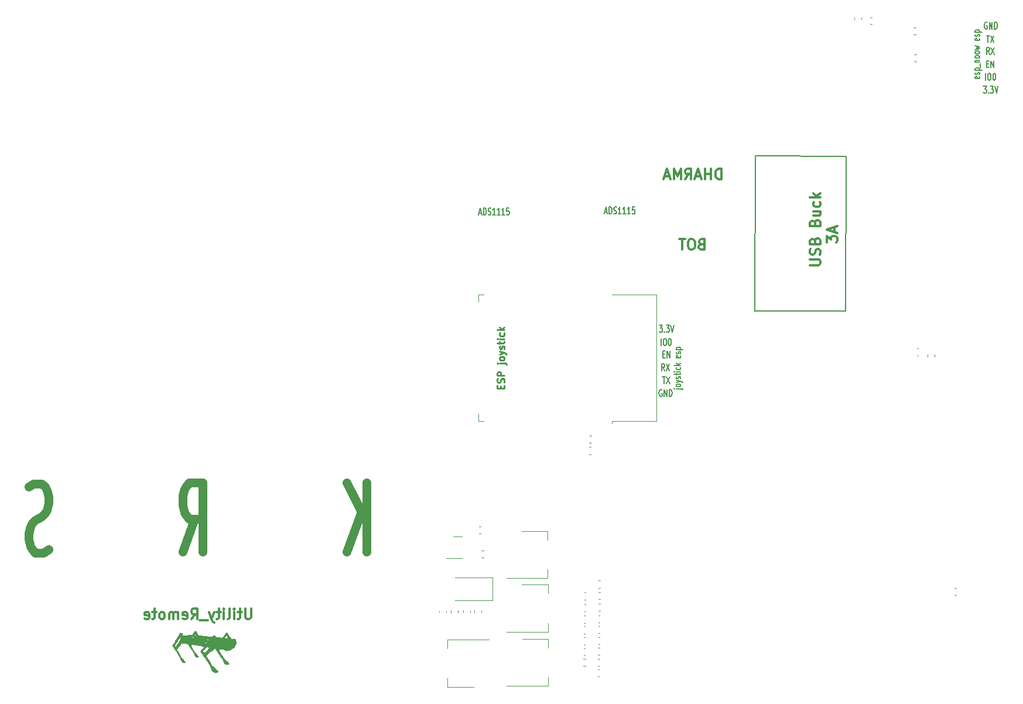
<source format=gbr>
%TF.GenerationSoftware,KiCad,Pcbnew,7.0.10*%
%TF.CreationDate,2024-12-05T21:17:43+05:30*%
%TF.ProjectId,remote_v2,72656d6f-7465-45f7-9632-2e6b69636164,rev?*%
%TF.SameCoordinates,Original*%
%TF.FileFunction,Legend,Bot*%
%TF.FilePolarity,Positive*%
%FSLAX46Y46*%
G04 Gerber Fmt 4.6, Leading zero omitted, Abs format (unit mm)*
G04 Created by KiCad (PCBNEW 7.0.10) date 2024-12-05 21:17:43*
%MOMM*%
%LPD*%
G01*
G04 APERTURE LIST*
%ADD10C,0.160000*%
%ADD11C,1.250000*%
%ADD12C,0.375000*%
%ADD13C,0.250000*%
%ADD14C,0.120000*%
G04 APERTURE END LIST*
D10*
X205681929Y-44469299D02*
X206081929Y-44469299D01*
X205881929Y-45469299D02*
X205881929Y-44469299D01*
X206248596Y-44469299D02*
X206715262Y-45469299D01*
X206715262Y-44469299D02*
X206248596Y-45469299D01*
D11*
X89450012Y-119101190D02*
X91116679Y-114339285D01*
X92307155Y-119101190D02*
X92307155Y-109101190D01*
X92307155Y-109101190D02*
X90402393Y-109101190D01*
X90402393Y-109101190D02*
X89926203Y-109577380D01*
X89926203Y-109577380D02*
X89688108Y-110053571D01*
X89688108Y-110053571D02*
X89450012Y-111005952D01*
X89450012Y-111005952D02*
X89450012Y-112434523D01*
X89450012Y-112434523D02*
X89688108Y-113386904D01*
X89688108Y-113386904D02*
X89926203Y-113863095D01*
X89926203Y-113863095D02*
X90402393Y-114339285D01*
X90402393Y-114339285D02*
X92307155Y-114339285D01*
D10*
X158355263Y-86369299D02*
X158788596Y-86369299D01*
X158788596Y-86369299D02*
X158555263Y-86750251D01*
X158555263Y-86750251D02*
X158655263Y-86750251D01*
X158655263Y-86750251D02*
X158721929Y-86797870D01*
X158721929Y-86797870D02*
X158755263Y-86845489D01*
X158755263Y-86845489D02*
X158788596Y-86940727D01*
X158788596Y-86940727D02*
X158788596Y-87178822D01*
X158788596Y-87178822D02*
X158755263Y-87274060D01*
X158755263Y-87274060D02*
X158721929Y-87321680D01*
X158721929Y-87321680D02*
X158655263Y-87369299D01*
X158655263Y-87369299D02*
X158455263Y-87369299D01*
X158455263Y-87369299D02*
X158388596Y-87321680D01*
X158388596Y-87321680D02*
X158355263Y-87274060D01*
X159088596Y-87274060D02*
X159121930Y-87321680D01*
X159121930Y-87321680D02*
X159088596Y-87369299D01*
X159088596Y-87369299D02*
X159055263Y-87321680D01*
X159055263Y-87321680D02*
X159088596Y-87274060D01*
X159088596Y-87274060D02*
X159088596Y-87369299D01*
X159355263Y-86369299D02*
X159788596Y-86369299D01*
X159788596Y-86369299D02*
X159555263Y-86750251D01*
X159555263Y-86750251D02*
X159655263Y-86750251D01*
X159655263Y-86750251D02*
X159721929Y-86797870D01*
X159721929Y-86797870D02*
X159755263Y-86845489D01*
X159755263Y-86845489D02*
X159788596Y-86940727D01*
X159788596Y-86940727D02*
X159788596Y-87178822D01*
X159788596Y-87178822D02*
X159755263Y-87274060D01*
X159755263Y-87274060D02*
X159721929Y-87321680D01*
X159721929Y-87321680D02*
X159655263Y-87369299D01*
X159655263Y-87369299D02*
X159455263Y-87369299D01*
X159455263Y-87369299D02*
X159388596Y-87321680D01*
X159388596Y-87321680D02*
X159355263Y-87274060D01*
X159988596Y-86369299D02*
X160221930Y-87369299D01*
X160221930Y-87369299D02*
X160455263Y-86369299D01*
X158718596Y-95706918D02*
X158651929Y-95659299D01*
X158651929Y-95659299D02*
X158551929Y-95659299D01*
X158551929Y-95659299D02*
X158451929Y-95706918D01*
X158451929Y-95706918D02*
X158385263Y-95802156D01*
X158385263Y-95802156D02*
X158351929Y-95897394D01*
X158351929Y-95897394D02*
X158318596Y-96087870D01*
X158318596Y-96087870D02*
X158318596Y-96230727D01*
X158318596Y-96230727D02*
X158351929Y-96421203D01*
X158351929Y-96421203D02*
X158385263Y-96516441D01*
X158385263Y-96516441D02*
X158451929Y-96611680D01*
X158451929Y-96611680D02*
X158551929Y-96659299D01*
X158551929Y-96659299D02*
X158618596Y-96659299D01*
X158618596Y-96659299D02*
X158718596Y-96611680D01*
X158718596Y-96611680D02*
X158751929Y-96564060D01*
X158751929Y-96564060D02*
X158751929Y-96230727D01*
X158751929Y-96230727D02*
X158618596Y-96230727D01*
X159051929Y-96659299D02*
X159051929Y-95659299D01*
X159051929Y-95659299D02*
X159451929Y-96659299D01*
X159451929Y-96659299D02*
X159451929Y-95659299D01*
X159785262Y-96659299D02*
X159785262Y-95659299D01*
X159785262Y-95659299D02*
X159951929Y-95659299D01*
X159951929Y-95659299D02*
X160051929Y-95706918D01*
X160051929Y-95706918D02*
X160118596Y-95802156D01*
X160118596Y-95802156D02*
X160151929Y-95897394D01*
X160151929Y-95897394D02*
X160185262Y-96087870D01*
X160185262Y-96087870D02*
X160185262Y-96230727D01*
X160185262Y-96230727D02*
X160151929Y-96421203D01*
X160151929Y-96421203D02*
X160118596Y-96516441D01*
X160118596Y-96516441D02*
X160051929Y-96611680D01*
X160051929Y-96611680D02*
X159951929Y-96659299D01*
X159951929Y-96659299D02*
X159785262Y-96659299D01*
X205748596Y-42586918D02*
X205681929Y-42539299D01*
X205681929Y-42539299D02*
X205581929Y-42539299D01*
X205581929Y-42539299D02*
X205481929Y-42586918D01*
X205481929Y-42586918D02*
X205415263Y-42682156D01*
X205415263Y-42682156D02*
X205381929Y-42777394D01*
X205381929Y-42777394D02*
X205348596Y-42967870D01*
X205348596Y-42967870D02*
X205348596Y-43110727D01*
X205348596Y-43110727D02*
X205381929Y-43301203D01*
X205381929Y-43301203D02*
X205415263Y-43396441D01*
X205415263Y-43396441D02*
X205481929Y-43491680D01*
X205481929Y-43491680D02*
X205581929Y-43539299D01*
X205581929Y-43539299D02*
X205648596Y-43539299D01*
X205648596Y-43539299D02*
X205748596Y-43491680D01*
X205748596Y-43491680D02*
X205781929Y-43444060D01*
X205781929Y-43444060D02*
X205781929Y-43110727D01*
X205781929Y-43110727D02*
X205648596Y-43110727D01*
X206081929Y-43539299D02*
X206081929Y-42539299D01*
X206081929Y-42539299D02*
X206481929Y-43539299D01*
X206481929Y-43539299D02*
X206481929Y-42539299D01*
X206815262Y-43539299D02*
X206815262Y-42539299D01*
X206815262Y-42539299D02*
X206981929Y-42539299D01*
X206981929Y-42539299D02*
X207081929Y-42586918D01*
X207081929Y-42586918D02*
X207148596Y-42682156D01*
X207148596Y-42682156D02*
X207181929Y-42777394D01*
X207181929Y-42777394D02*
X207215262Y-42967870D01*
X207215262Y-42967870D02*
X207215262Y-43110727D01*
X207215262Y-43110727D02*
X207181929Y-43301203D01*
X207181929Y-43301203D02*
X207148596Y-43396441D01*
X207148596Y-43396441D02*
X207081929Y-43491680D01*
X207081929Y-43491680D02*
X206981929Y-43539299D01*
X206981929Y-43539299D02*
X206815262Y-43539299D01*
X205551929Y-50939299D02*
X205551929Y-49939299D01*
X206018596Y-49939299D02*
X206151929Y-49939299D01*
X206151929Y-49939299D02*
X206218596Y-49986918D01*
X206218596Y-49986918D02*
X206285262Y-50082156D01*
X206285262Y-50082156D02*
X206318596Y-50272632D01*
X206318596Y-50272632D02*
X206318596Y-50605965D01*
X206318596Y-50605965D02*
X206285262Y-50796441D01*
X206285262Y-50796441D02*
X206218596Y-50891680D01*
X206218596Y-50891680D02*
X206151929Y-50939299D01*
X206151929Y-50939299D02*
X206018596Y-50939299D01*
X206018596Y-50939299D02*
X205951929Y-50891680D01*
X205951929Y-50891680D02*
X205885262Y-50796441D01*
X205885262Y-50796441D02*
X205851929Y-50605965D01*
X205851929Y-50605965D02*
X205851929Y-50272632D01*
X205851929Y-50272632D02*
X205885262Y-50082156D01*
X205885262Y-50082156D02*
X205951929Y-49986918D01*
X205951929Y-49986918D02*
X206018596Y-49939299D01*
X206751929Y-49939299D02*
X206818595Y-49939299D01*
X206818595Y-49939299D02*
X206885262Y-49986918D01*
X206885262Y-49986918D02*
X206918595Y-50034537D01*
X206918595Y-50034537D02*
X206951929Y-50129775D01*
X206951929Y-50129775D02*
X206985262Y-50320251D01*
X206985262Y-50320251D02*
X206985262Y-50558346D01*
X206985262Y-50558346D02*
X206951929Y-50748822D01*
X206951929Y-50748822D02*
X206918595Y-50844060D01*
X206918595Y-50844060D02*
X206885262Y-50891680D01*
X206885262Y-50891680D02*
X206818595Y-50939299D01*
X206818595Y-50939299D02*
X206751929Y-50939299D01*
X206751929Y-50939299D02*
X206685262Y-50891680D01*
X206685262Y-50891680D02*
X206651929Y-50844060D01*
X206651929Y-50844060D02*
X206618595Y-50748822D01*
X206618595Y-50748822D02*
X206585262Y-50558346D01*
X206585262Y-50558346D02*
X206585262Y-50320251D01*
X206585262Y-50320251D02*
X206618595Y-50129775D01*
X206618595Y-50129775D02*
X206651929Y-50034537D01*
X206651929Y-50034537D02*
X206685262Y-49986918D01*
X206685262Y-49986918D02*
X206751929Y-49939299D01*
X159141929Y-92929299D02*
X158908596Y-92453108D01*
X158741929Y-92929299D02*
X158741929Y-91929299D01*
X158741929Y-91929299D02*
X159008596Y-91929299D01*
X159008596Y-91929299D02*
X159075263Y-91976918D01*
X159075263Y-91976918D02*
X159108596Y-92024537D01*
X159108596Y-92024537D02*
X159141929Y-92119775D01*
X159141929Y-92119775D02*
X159141929Y-92262632D01*
X159141929Y-92262632D02*
X159108596Y-92357870D01*
X159108596Y-92357870D02*
X159075263Y-92405489D01*
X159075263Y-92405489D02*
X159008596Y-92453108D01*
X159008596Y-92453108D02*
X158741929Y-92453108D01*
X159375263Y-91929299D02*
X159841929Y-92929299D01*
X159841929Y-91929299D02*
X159375263Y-92929299D01*
D11*
X67174748Y-109725000D02*
X67889034Y-109248809D01*
X67889034Y-109248809D02*
X69079510Y-109248809D01*
X69079510Y-109248809D02*
X69555701Y-109725000D01*
X69555701Y-109725000D02*
X69793796Y-110201190D01*
X69793796Y-110201190D02*
X70031891Y-111153571D01*
X70031891Y-111153571D02*
X70031891Y-112105952D01*
X70031891Y-112105952D02*
X69793796Y-113058333D01*
X69793796Y-113058333D02*
X69555701Y-113534523D01*
X69555701Y-113534523D02*
X69079510Y-114010714D01*
X69079510Y-114010714D02*
X68127129Y-114486904D01*
X68127129Y-114486904D02*
X67650939Y-114963095D01*
X67650939Y-114963095D02*
X67412844Y-115439285D01*
X67412844Y-115439285D02*
X67174748Y-116391666D01*
X67174748Y-116391666D02*
X67174748Y-117344047D01*
X67174748Y-117344047D02*
X67412844Y-118296428D01*
X67412844Y-118296428D02*
X67650939Y-118772619D01*
X67650939Y-118772619D02*
X68127129Y-119248809D01*
X68127129Y-119248809D02*
X69317606Y-119248809D01*
X69317606Y-119248809D02*
X70031891Y-118772619D01*
D10*
X206091929Y-47219299D02*
X205858596Y-46743108D01*
X205691929Y-47219299D02*
X205691929Y-46219299D01*
X205691929Y-46219299D02*
X205958596Y-46219299D01*
X205958596Y-46219299D02*
X206025263Y-46266918D01*
X206025263Y-46266918D02*
X206058596Y-46314537D01*
X206058596Y-46314537D02*
X206091929Y-46409775D01*
X206091929Y-46409775D02*
X206091929Y-46552632D01*
X206091929Y-46552632D02*
X206058596Y-46647870D01*
X206058596Y-46647870D02*
X206025263Y-46695489D01*
X206025263Y-46695489D02*
X205958596Y-46743108D01*
X205958596Y-46743108D02*
X205691929Y-46743108D01*
X206325263Y-46219299D02*
X206791929Y-47219299D01*
X206791929Y-46219299D02*
X206325263Y-47219299D01*
D12*
X164416147Y-74641214D02*
X164201861Y-74712642D01*
X164201861Y-74712642D02*
X164130432Y-74784071D01*
X164130432Y-74784071D02*
X164059004Y-74926928D01*
X164059004Y-74926928D02*
X164059004Y-75141214D01*
X164059004Y-75141214D02*
X164130432Y-75284071D01*
X164130432Y-75284071D02*
X164201861Y-75355500D01*
X164201861Y-75355500D02*
X164344718Y-75426928D01*
X164344718Y-75426928D02*
X164916147Y-75426928D01*
X164916147Y-75426928D02*
X164916147Y-73926928D01*
X164916147Y-73926928D02*
X164416147Y-73926928D01*
X164416147Y-73926928D02*
X164273290Y-73998357D01*
X164273290Y-73998357D02*
X164201861Y-74069785D01*
X164201861Y-74069785D02*
X164130432Y-74212642D01*
X164130432Y-74212642D02*
X164130432Y-74355500D01*
X164130432Y-74355500D02*
X164201861Y-74498357D01*
X164201861Y-74498357D02*
X164273290Y-74569785D01*
X164273290Y-74569785D02*
X164416147Y-74641214D01*
X164416147Y-74641214D02*
X164916147Y-74641214D01*
X163130432Y-73926928D02*
X162844718Y-73926928D01*
X162844718Y-73926928D02*
X162701861Y-73998357D01*
X162701861Y-73998357D02*
X162559004Y-74141214D01*
X162559004Y-74141214D02*
X162487575Y-74426928D01*
X162487575Y-74426928D02*
X162487575Y-74926928D01*
X162487575Y-74926928D02*
X162559004Y-75212642D01*
X162559004Y-75212642D02*
X162701861Y-75355500D01*
X162701861Y-75355500D02*
X162844718Y-75426928D01*
X162844718Y-75426928D02*
X163130432Y-75426928D01*
X163130432Y-75426928D02*
X163273290Y-75355500D01*
X163273290Y-75355500D02*
X163416147Y-75212642D01*
X163416147Y-75212642D02*
X163487575Y-74926928D01*
X163487575Y-74926928D02*
X163487575Y-74426928D01*
X163487575Y-74426928D02*
X163416147Y-74141214D01*
X163416147Y-74141214D02*
X163273290Y-73998357D01*
X163273290Y-73998357D02*
X163130432Y-73926928D01*
X162059003Y-73926928D02*
X161201861Y-73926928D01*
X161630432Y-75426928D02*
X161630432Y-73926928D01*
D10*
X158621929Y-89279299D02*
X158621929Y-88279299D01*
X159088596Y-88279299D02*
X159221929Y-88279299D01*
X159221929Y-88279299D02*
X159288596Y-88326918D01*
X159288596Y-88326918D02*
X159355262Y-88422156D01*
X159355262Y-88422156D02*
X159388596Y-88612632D01*
X159388596Y-88612632D02*
X159388596Y-88945965D01*
X159388596Y-88945965D02*
X159355262Y-89136441D01*
X159355262Y-89136441D02*
X159288596Y-89231680D01*
X159288596Y-89231680D02*
X159221929Y-89279299D01*
X159221929Y-89279299D02*
X159088596Y-89279299D01*
X159088596Y-89279299D02*
X159021929Y-89231680D01*
X159021929Y-89231680D02*
X158955262Y-89136441D01*
X158955262Y-89136441D02*
X158921929Y-88945965D01*
X158921929Y-88945965D02*
X158921929Y-88612632D01*
X158921929Y-88612632D02*
X158955262Y-88422156D01*
X158955262Y-88422156D02*
X159021929Y-88326918D01*
X159021929Y-88326918D02*
X159088596Y-88279299D01*
X159821929Y-88279299D02*
X159888595Y-88279299D01*
X159888595Y-88279299D02*
X159955262Y-88326918D01*
X159955262Y-88326918D02*
X159988595Y-88374537D01*
X159988595Y-88374537D02*
X160021929Y-88469775D01*
X160021929Y-88469775D02*
X160055262Y-88660251D01*
X160055262Y-88660251D02*
X160055262Y-88898346D01*
X160055262Y-88898346D02*
X160021929Y-89088822D01*
X160021929Y-89088822D02*
X159988595Y-89184060D01*
X159988595Y-89184060D02*
X159955262Y-89231680D01*
X159955262Y-89231680D02*
X159888595Y-89279299D01*
X159888595Y-89279299D02*
X159821929Y-89279299D01*
X159821929Y-89279299D02*
X159755262Y-89231680D01*
X159755262Y-89231680D02*
X159721929Y-89184060D01*
X159721929Y-89184060D02*
X159688595Y-89088822D01*
X159688595Y-89088822D02*
X159655262Y-88898346D01*
X159655262Y-88898346D02*
X159655262Y-88660251D01*
X159655262Y-88660251D02*
X159688595Y-88469775D01*
X159688595Y-88469775D02*
X159721929Y-88374537D01*
X159721929Y-88374537D02*
X159755262Y-88326918D01*
X159755262Y-88326918D02*
X159821929Y-88279299D01*
D13*
X135410809Y-95497431D02*
X135410809Y-95164098D01*
X135934619Y-95021241D02*
X135934619Y-95497431D01*
X135934619Y-95497431D02*
X134934619Y-95497431D01*
X134934619Y-95497431D02*
X134934619Y-95021241D01*
X135887000Y-94640288D02*
X135934619Y-94497431D01*
X135934619Y-94497431D02*
X135934619Y-94259336D01*
X135934619Y-94259336D02*
X135887000Y-94164098D01*
X135887000Y-94164098D02*
X135839380Y-94116479D01*
X135839380Y-94116479D02*
X135744142Y-94068860D01*
X135744142Y-94068860D02*
X135648904Y-94068860D01*
X135648904Y-94068860D02*
X135553666Y-94116479D01*
X135553666Y-94116479D02*
X135506047Y-94164098D01*
X135506047Y-94164098D02*
X135458428Y-94259336D01*
X135458428Y-94259336D02*
X135410809Y-94449812D01*
X135410809Y-94449812D02*
X135363190Y-94545050D01*
X135363190Y-94545050D02*
X135315571Y-94592669D01*
X135315571Y-94592669D02*
X135220333Y-94640288D01*
X135220333Y-94640288D02*
X135125095Y-94640288D01*
X135125095Y-94640288D02*
X135029857Y-94592669D01*
X135029857Y-94592669D02*
X134982238Y-94545050D01*
X134982238Y-94545050D02*
X134934619Y-94449812D01*
X134934619Y-94449812D02*
X134934619Y-94211717D01*
X134934619Y-94211717D02*
X134982238Y-94068860D01*
X135934619Y-93640288D02*
X134934619Y-93640288D01*
X134934619Y-93640288D02*
X134934619Y-93259336D01*
X134934619Y-93259336D02*
X134982238Y-93164098D01*
X134982238Y-93164098D02*
X135029857Y-93116479D01*
X135029857Y-93116479D02*
X135125095Y-93068860D01*
X135125095Y-93068860D02*
X135267952Y-93068860D01*
X135267952Y-93068860D02*
X135363190Y-93116479D01*
X135363190Y-93116479D02*
X135410809Y-93164098D01*
X135410809Y-93164098D02*
X135458428Y-93259336D01*
X135458428Y-93259336D02*
X135458428Y-93640288D01*
X135267952Y-91878383D02*
X136125095Y-91878383D01*
X136125095Y-91878383D02*
X136220333Y-91926002D01*
X136220333Y-91926002D02*
X136267952Y-92021240D01*
X136267952Y-92021240D02*
X136267952Y-92068859D01*
X134934619Y-91878383D02*
X134982238Y-91926002D01*
X134982238Y-91926002D02*
X135029857Y-91878383D01*
X135029857Y-91878383D02*
X134982238Y-91830764D01*
X134982238Y-91830764D02*
X134934619Y-91878383D01*
X134934619Y-91878383D02*
X135029857Y-91878383D01*
X135934619Y-91259336D02*
X135887000Y-91354574D01*
X135887000Y-91354574D02*
X135839380Y-91402193D01*
X135839380Y-91402193D02*
X135744142Y-91449812D01*
X135744142Y-91449812D02*
X135458428Y-91449812D01*
X135458428Y-91449812D02*
X135363190Y-91402193D01*
X135363190Y-91402193D02*
X135315571Y-91354574D01*
X135315571Y-91354574D02*
X135267952Y-91259336D01*
X135267952Y-91259336D02*
X135267952Y-91116479D01*
X135267952Y-91116479D02*
X135315571Y-91021241D01*
X135315571Y-91021241D02*
X135363190Y-90973622D01*
X135363190Y-90973622D02*
X135458428Y-90926003D01*
X135458428Y-90926003D02*
X135744142Y-90926003D01*
X135744142Y-90926003D02*
X135839380Y-90973622D01*
X135839380Y-90973622D02*
X135887000Y-91021241D01*
X135887000Y-91021241D02*
X135934619Y-91116479D01*
X135934619Y-91116479D02*
X135934619Y-91259336D01*
X135267952Y-90592669D02*
X135934619Y-90354574D01*
X135267952Y-90116479D02*
X135934619Y-90354574D01*
X135934619Y-90354574D02*
X136172714Y-90449812D01*
X136172714Y-90449812D02*
X136220333Y-90497431D01*
X136220333Y-90497431D02*
X136267952Y-90592669D01*
X135887000Y-89783145D02*
X135934619Y-89687907D01*
X135934619Y-89687907D02*
X135934619Y-89497431D01*
X135934619Y-89497431D02*
X135887000Y-89402193D01*
X135887000Y-89402193D02*
X135791761Y-89354574D01*
X135791761Y-89354574D02*
X135744142Y-89354574D01*
X135744142Y-89354574D02*
X135648904Y-89402193D01*
X135648904Y-89402193D02*
X135601285Y-89497431D01*
X135601285Y-89497431D02*
X135601285Y-89640288D01*
X135601285Y-89640288D02*
X135553666Y-89735526D01*
X135553666Y-89735526D02*
X135458428Y-89783145D01*
X135458428Y-89783145D02*
X135410809Y-89783145D01*
X135410809Y-89783145D02*
X135315571Y-89735526D01*
X135315571Y-89735526D02*
X135267952Y-89640288D01*
X135267952Y-89640288D02*
X135267952Y-89497431D01*
X135267952Y-89497431D02*
X135315571Y-89402193D01*
X135267952Y-89068859D02*
X135267952Y-88687907D01*
X134934619Y-88926002D02*
X135791761Y-88926002D01*
X135791761Y-88926002D02*
X135887000Y-88878383D01*
X135887000Y-88878383D02*
X135934619Y-88783145D01*
X135934619Y-88783145D02*
X135934619Y-88687907D01*
X135934619Y-88354573D02*
X135267952Y-88354573D01*
X134934619Y-88354573D02*
X134982238Y-88402192D01*
X134982238Y-88402192D02*
X135029857Y-88354573D01*
X135029857Y-88354573D02*
X134982238Y-88306954D01*
X134982238Y-88306954D02*
X134934619Y-88354573D01*
X134934619Y-88354573D02*
X135029857Y-88354573D01*
X135887000Y-87449812D02*
X135934619Y-87545050D01*
X135934619Y-87545050D02*
X135934619Y-87735526D01*
X135934619Y-87735526D02*
X135887000Y-87830764D01*
X135887000Y-87830764D02*
X135839380Y-87878383D01*
X135839380Y-87878383D02*
X135744142Y-87926002D01*
X135744142Y-87926002D02*
X135458428Y-87926002D01*
X135458428Y-87926002D02*
X135363190Y-87878383D01*
X135363190Y-87878383D02*
X135315571Y-87830764D01*
X135315571Y-87830764D02*
X135267952Y-87735526D01*
X135267952Y-87735526D02*
X135267952Y-87545050D01*
X135267952Y-87545050D02*
X135315571Y-87449812D01*
X135934619Y-87021240D02*
X134934619Y-87021240D01*
X135553666Y-86926002D02*
X135934619Y-86640288D01*
X135267952Y-86640288D02*
X135648904Y-87021240D01*
D10*
X158851929Y-90555489D02*
X159085263Y-90555489D01*
X159185263Y-91079299D02*
X158851929Y-91079299D01*
X158851929Y-91079299D02*
X158851929Y-90079299D01*
X158851929Y-90079299D02*
X159185263Y-90079299D01*
X159485262Y-91079299D02*
X159485262Y-90079299D01*
X159485262Y-90079299D02*
X159885262Y-91079299D01*
X159885262Y-91079299D02*
X159885262Y-90079299D01*
X158811929Y-93789299D02*
X159211929Y-93789299D01*
X159011929Y-94789299D02*
X159011929Y-93789299D01*
X159378596Y-93789299D02*
X159845262Y-94789299D01*
X159845262Y-93789299D02*
X159378596Y-94789299D01*
X205671929Y-48585489D02*
X205905263Y-48585489D01*
X206005263Y-49109299D02*
X205671929Y-49109299D01*
X205671929Y-49109299D02*
X205671929Y-48109299D01*
X205671929Y-48109299D02*
X206005263Y-48109299D01*
X206305262Y-49109299D02*
X206305262Y-48109299D01*
X206305262Y-48109299D02*
X206705262Y-49109299D01*
X206705262Y-49109299D02*
X206705262Y-48109299D01*
X160782632Y-95538070D02*
X161639775Y-95538070D01*
X161639775Y-95538070D02*
X161735013Y-95571403D01*
X161735013Y-95571403D02*
X161782632Y-95638070D01*
X161782632Y-95638070D02*
X161782632Y-95671403D01*
X160449299Y-95538070D02*
X160496918Y-95571403D01*
X160496918Y-95571403D02*
X160544537Y-95538070D01*
X160544537Y-95538070D02*
X160496918Y-95504737D01*
X160496918Y-95504737D02*
X160449299Y-95538070D01*
X160449299Y-95538070D02*
X160544537Y-95538070D01*
X161449299Y-95104737D02*
X161401680Y-95171404D01*
X161401680Y-95171404D02*
X161354060Y-95204737D01*
X161354060Y-95204737D02*
X161258822Y-95238070D01*
X161258822Y-95238070D02*
X160973108Y-95238070D01*
X160973108Y-95238070D02*
X160877870Y-95204737D01*
X160877870Y-95204737D02*
X160830251Y-95171404D01*
X160830251Y-95171404D02*
X160782632Y-95104737D01*
X160782632Y-95104737D02*
X160782632Y-95004737D01*
X160782632Y-95004737D02*
X160830251Y-94938070D01*
X160830251Y-94938070D02*
X160877870Y-94904737D01*
X160877870Y-94904737D02*
X160973108Y-94871404D01*
X160973108Y-94871404D02*
X161258822Y-94871404D01*
X161258822Y-94871404D02*
X161354060Y-94904737D01*
X161354060Y-94904737D02*
X161401680Y-94938070D01*
X161401680Y-94938070D02*
X161449299Y-95004737D01*
X161449299Y-95004737D02*
X161449299Y-95104737D01*
X160782632Y-94638071D02*
X161449299Y-94471404D01*
X160782632Y-94304737D02*
X161449299Y-94471404D01*
X161449299Y-94471404D02*
X161687394Y-94538071D01*
X161687394Y-94538071D02*
X161735013Y-94571404D01*
X161735013Y-94571404D02*
X161782632Y-94638071D01*
X161401680Y-94071404D02*
X161449299Y-94004738D01*
X161449299Y-94004738D02*
X161449299Y-93871404D01*
X161449299Y-93871404D02*
X161401680Y-93804738D01*
X161401680Y-93804738D02*
X161306441Y-93771404D01*
X161306441Y-93771404D02*
X161258822Y-93771404D01*
X161258822Y-93771404D02*
X161163584Y-93804738D01*
X161163584Y-93804738D02*
X161115965Y-93871404D01*
X161115965Y-93871404D02*
X161115965Y-93971404D01*
X161115965Y-93971404D02*
X161068346Y-94038071D01*
X161068346Y-94038071D02*
X160973108Y-94071404D01*
X160973108Y-94071404D02*
X160925489Y-94071404D01*
X160925489Y-94071404D02*
X160830251Y-94038071D01*
X160830251Y-94038071D02*
X160782632Y-93971404D01*
X160782632Y-93971404D02*
X160782632Y-93871404D01*
X160782632Y-93871404D02*
X160830251Y-93804738D01*
X160782632Y-93571404D02*
X160782632Y-93304737D01*
X160449299Y-93471404D02*
X161306441Y-93471404D01*
X161306441Y-93471404D02*
X161401680Y-93438071D01*
X161401680Y-93438071D02*
X161449299Y-93371404D01*
X161449299Y-93371404D02*
X161449299Y-93304737D01*
X161449299Y-93071404D02*
X160782632Y-93071404D01*
X160449299Y-93071404D02*
X160496918Y-93104737D01*
X160496918Y-93104737D02*
X160544537Y-93071404D01*
X160544537Y-93071404D02*
X160496918Y-93038071D01*
X160496918Y-93038071D02*
X160449299Y-93071404D01*
X160449299Y-93071404D02*
X160544537Y-93071404D01*
X161401680Y-92438071D02*
X161449299Y-92504738D01*
X161449299Y-92504738D02*
X161449299Y-92638071D01*
X161449299Y-92638071D02*
X161401680Y-92704738D01*
X161401680Y-92704738D02*
X161354060Y-92738071D01*
X161354060Y-92738071D02*
X161258822Y-92771404D01*
X161258822Y-92771404D02*
X160973108Y-92771404D01*
X160973108Y-92771404D02*
X160877870Y-92738071D01*
X160877870Y-92738071D02*
X160830251Y-92704738D01*
X160830251Y-92704738D02*
X160782632Y-92638071D01*
X160782632Y-92638071D02*
X160782632Y-92504738D01*
X160782632Y-92504738D02*
X160830251Y-92438071D01*
X161449299Y-92138071D02*
X160449299Y-92138071D01*
X161068346Y-92071404D02*
X161449299Y-91871404D01*
X160782632Y-91871404D02*
X161163584Y-92138071D01*
X161401680Y-90771404D02*
X161449299Y-90838071D01*
X161449299Y-90838071D02*
X161449299Y-90971404D01*
X161449299Y-90971404D02*
X161401680Y-91038071D01*
X161401680Y-91038071D02*
X161306441Y-91071404D01*
X161306441Y-91071404D02*
X160925489Y-91071404D01*
X160925489Y-91071404D02*
X160830251Y-91038071D01*
X160830251Y-91038071D02*
X160782632Y-90971404D01*
X160782632Y-90971404D02*
X160782632Y-90838071D01*
X160782632Y-90838071D02*
X160830251Y-90771404D01*
X160830251Y-90771404D02*
X160925489Y-90738071D01*
X160925489Y-90738071D02*
X161020727Y-90738071D01*
X161020727Y-90738071D02*
X161115965Y-91071404D01*
X161401680Y-90471404D02*
X161449299Y-90404738D01*
X161449299Y-90404738D02*
X161449299Y-90271404D01*
X161449299Y-90271404D02*
X161401680Y-90204738D01*
X161401680Y-90204738D02*
X161306441Y-90171404D01*
X161306441Y-90171404D02*
X161258822Y-90171404D01*
X161258822Y-90171404D02*
X161163584Y-90204738D01*
X161163584Y-90204738D02*
X161115965Y-90271404D01*
X161115965Y-90271404D02*
X161115965Y-90371404D01*
X161115965Y-90371404D02*
X161068346Y-90438071D01*
X161068346Y-90438071D02*
X160973108Y-90471404D01*
X160973108Y-90471404D02*
X160925489Y-90471404D01*
X160925489Y-90471404D02*
X160830251Y-90438071D01*
X160830251Y-90438071D02*
X160782632Y-90371404D01*
X160782632Y-90371404D02*
X160782632Y-90271404D01*
X160782632Y-90271404D02*
X160830251Y-90204738D01*
X160782632Y-89871404D02*
X161782632Y-89871404D01*
X160830251Y-89871404D02*
X160782632Y-89804737D01*
X160782632Y-89804737D02*
X160782632Y-89671404D01*
X160782632Y-89671404D02*
X160830251Y-89604737D01*
X160830251Y-89604737D02*
X160877870Y-89571404D01*
X160877870Y-89571404D02*
X160973108Y-89538071D01*
X160973108Y-89538071D02*
X161258822Y-89538071D01*
X161258822Y-89538071D02*
X161354060Y-89571404D01*
X161354060Y-89571404D02*
X161401680Y-89604737D01*
X161401680Y-89604737D02*
X161449299Y-89671404D01*
X161449299Y-89671404D02*
X161449299Y-89804737D01*
X161449299Y-89804737D02*
X161401680Y-89871404D01*
X150468596Y-69983584D02*
X150801929Y-69983584D01*
X150401929Y-70269299D02*
X150635263Y-69269299D01*
X150635263Y-69269299D02*
X150868596Y-70269299D01*
X151101929Y-70269299D02*
X151101929Y-69269299D01*
X151101929Y-69269299D02*
X151268596Y-69269299D01*
X151268596Y-69269299D02*
X151368596Y-69316918D01*
X151368596Y-69316918D02*
X151435263Y-69412156D01*
X151435263Y-69412156D02*
X151468596Y-69507394D01*
X151468596Y-69507394D02*
X151501929Y-69697870D01*
X151501929Y-69697870D02*
X151501929Y-69840727D01*
X151501929Y-69840727D02*
X151468596Y-70031203D01*
X151468596Y-70031203D02*
X151435263Y-70126441D01*
X151435263Y-70126441D02*
X151368596Y-70221680D01*
X151368596Y-70221680D02*
X151268596Y-70269299D01*
X151268596Y-70269299D02*
X151101929Y-70269299D01*
X151768596Y-70221680D02*
X151868596Y-70269299D01*
X151868596Y-70269299D02*
X152035263Y-70269299D01*
X152035263Y-70269299D02*
X152101929Y-70221680D01*
X152101929Y-70221680D02*
X152135263Y-70174060D01*
X152135263Y-70174060D02*
X152168596Y-70078822D01*
X152168596Y-70078822D02*
X152168596Y-69983584D01*
X152168596Y-69983584D02*
X152135263Y-69888346D01*
X152135263Y-69888346D02*
X152101929Y-69840727D01*
X152101929Y-69840727D02*
X152035263Y-69793108D01*
X152035263Y-69793108D02*
X151901929Y-69745489D01*
X151901929Y-69745489D02*
X151835263Y-69697870D01*
X151835263Y-69697870D02*
X151801929Y-69650251D01*
X151801929Y-69650251D02*
X151768596Y-69555013D01*
X151768596Y-69555013D02*
X151768596Y-69459775D01*
X151768596Y-69459775D02*
X151801929Y-69364537D01*
X151801929Y-69364537D02*
X151835263Y-69316918D01*
X151835263Y-69316918D02*
X151901929Y-69269299D01*
X151901929Y-69269299D02*
X152068596Y-69269299D01*
X152068596Y-69269299D02*
X152168596Y-69316918D01*
X152835263Y-70269299D02*
X152435263Y-70269299D01*
X152635263Y-70269299D02*
X152635263Y-69269299D01*
X152635263Y-69269299D02*
X152568596Y-69412156D01*
X152568596Y-69412156D02*
X152501930Y-69507394D01*
X152501930Y-69507394D02*
X152435263Y-69555013D01*
X153501930Y-70269299D02*
X153101930Y-70269299D01*
X153301930Y-70269299D02*
X153301930Y-69269299D01*
X153301930Y-69269299D02*
X153235263Y-69412156D01*
X153235263Y-69412156D02*
X153168597Y-69507394D01*
X153168597Y-69507394D02*
X153101930Y-69555013D01*
X154168597Y-70269299D02*
X153768597Y-70269299D01*
X153968597Y-70269299D02*
X153968597Y-69269299D01*
X153968597Y-69269299D02*
X153901930Y-69412156D01*
X153901930Y-69412156D02*
X153835264Y-69507394D01*
X153835264Y-69507394D02*
X153768597Y-69555013D01*
X154801931Y-69269299D02*
X154468597Y-69269299D01*
X154468597Y-69269299D02*
X154435264Y-69745489D01*
X154435264Y-69745489D02*
X154468597Y-69697870D01*
X154468597Y-69697870D02*
X154535264Y-69650251D01*
X154535264Y-69650251D02*
X154701931Y-69650251D01*
X154701931Y-69650251D02*
X154768597Y-69697870D01*
X154768597Y-69697870D02*
X154801931Y-69745489D01*
X154801931Y-69745489D02*
X154835264Y-69840727D01*
X154835264Y-69840727D02*
X154835264Y-70078822D01*
X154835264Y-70078822D02*
X154801931Y-70174060D01*
X154801931Y-70174060D02*
X154768597Y-70221680D01*
X154768597Y-70221680D02*
X154701931Y-70269299D01*
X154701931Y-70269299D02*
X154535264Y-70269299D01*
X154535264Y-70269299D02*
X154468597Y-70221680D01*
X154468597Y-70221680D02*
X154435264Y-70174060D01*
X132298596Y-70123584D02*
X132631929Y-70123584D01*
X132231929Y-70409299D02*
X132465263Y-69409299D01*
X132465263Y-69409299D02*
X132698596Y-70409299D01*
X132931929Y-70409299D02*
X132931929Y-69409299D01*
X132931929Y-69409299D02*
X133098596Y-69409299D01*
X133098596Y-69409299D02*
X133198596Y-69456918D01*
X133198596Y-69456918D02*
X133265263Y-69552156D01*
X133265263Y-69552156D02*
X133298596Y-69647394D01*
X133298596Y-69647394D02*
X133331929Y-69837870D01*
X133331929Y-69837870D02*
X133331929Y-69980727D01*
X133331929Y-69980727D02*
X133298596Y-70171203D01*
X133298596Y-70171203D02*
X133265263Y-70266441D01*
X133265263Y-70266441D02*
X133198596Y-70361680D01*
X133198596Y-70361680D02*
X133098596Y-70409299D01*
X133098596Y-70409299D02*
X132931929Y-70409299D01*
X133598596Y-70361680D02*
X133698596Y-70409299D01*
X133698596Y-70409299D02*
X133865263Y-70409299D01*
X133865263Y-70409299D02*
X133931929Y-70361680D01*
X133931929Y-70361680D02*
X133965263Y-70314060D01*
X133965263Y-70314060D02*
X133998596Y-70218822D01*
X133998596Y-70218822D02*
X133998596Y-70123584D01*
X133998596Y-70123584D02*
X133965263Y-70028346D01*
X133965263Y-70028346D02*
X133931929Y-69980727D01*
X133931929Y-69980727D02*
X133865263Y-69933108D01*
X133865263Y-69933108D02*
X133731929Y-69885489D01*
X133731929Y-69885489D02*
X133665263Y-69837870D01*
X133665263Y-69837870D02*
X133631929Y-69790251D01*
X133631929Y-69790251D02*
X133598596Y-69695013D01*
X133598596Y-69695013D02*
X133598596Y-69599775D01*
X133598596Y-69599775D02*
X133631929Y-69504537D01*
X133631929Y-69504537D02*
X133665263Y-69456918D01*
X133665263Y-69456918D02*
X133731929Y-69409299D01*
X133731929Y-69409299D02*
X133898596Y-69409299D01*
X133898596Y-69409299D02*
X133998596Y-69456918D01*
X134665263Y-70409299D02*
X134265263Y-70409299D01*
X134465263Y-70409299D02*
X134465263Y-69409299D01*
X134465263Y-69409299D02*
X134398596Y-69552156D01*
X134398596Y-69552156D02*
X134331930Y-69647394D01*
X134331930Y-69647394D02*
X134265263Y-69695013D01*
X135331930Y-70409299D02*
X134931930Y-70409299D01*
X135131930Y-70409299D02*
X135131930Y-69409299D01*
X135131930Y-69409299D02*
X135065263Y-69552156D01*
X135065263Y-69552156D02*
X134998597Y-69647394D01*
X134998597Y-69647394D02*
X134931930Y-69695013D01*
X135998597Y-70409299D02*
X135598597Y-70409299D01*
X135798597Y-70409299D02*
X135798597Y-69409299D01*
X135798597Y-69409299D02*
X135731930Y-69552156D01*
X135731930Y-69552156D02*
X135665264Y-69647394D01*
X135665264Y-69647394D02*
X135598597Y-69695013D01*
X136631931Y-69409299D02*
X136298597Y-69409299D01*
X136298597Y-69409299D02*
X136265264Y-69885489D01*
X136265264Y-69885489D02*
X136298597Y-69837870D01*
X136298597Y-69837870D02*
X136365264Y-69790251D01*
X136365264Y-69790251D02*
X136531931Y-69790251D01*
X136531931Y-69790251D02*
X136598597Y-69837870D01*
X136598597Y-69837870D02*
X136631931Y-69885489D01*
X136631931Y-69885489D02*
X136665264Y-69980727D01*
X136665264Y-69980727D02*
X136665264Y-70218822D01*
X136665264Y-70218822D02*
X136631931Y-70314060D01*
X136631931Y-70314060D02*
X136598597Y-70361680D01*
X136598597Y-70361680D02*
X136531931Y-70409299D01*
X136531931Y-70409299D02*
X136365264Y-70409299D01*
X136365264Y-70409299D02*
X136298597Y-70361680D01*
X136298597Y-70361680D02*
X136265264Y-70314060D01*
D11*
X116007155Y-119081190D02*
X116007155Y-109081190D01*
X113150012Y-119081190D02*
X115292870Y-113366904D01*
X113150012Y-109081190D02*
X116007155Y-114795476D01*
D12*
X99336147Y-127346928D02*
X99336147Y-128561214D01*
X99336147Y-128561214D02*
X99264718Y-128704071D01*
X99264718Y-128704071D02*
X99193290Y-128775500D01*
X99193290Y-128775500D02*
X99050432Y-128846928D01*
X99050432Y-128846928D02*
X98764718Y-128846928D01*
X98764718Y-128846928D02*
X98621861Y-128775500D01*
X98621861Y-128775500D02*
X98550432Y-128704071D01*
X98550432Y-128704071D02*
X98479004Y-128561214D01*
X98479004Y-128561214D02*
X98479004Y-127346928D01*
X97979003Y-127846928D02*
X97407575Y-127846928D01*
X97764718Y-127346928D02*
X97764718Y-128632642D01*
X97764718Y-128632642D02*
X97693289Y-128775500D01*
X97693289Y-128775500D02*
X97550432Y-128846928D01*
X97550432Y-128846928D02*
X97407575Y-128846928D01*
X96907575Y-128846928D02*
X96907575Y-127846928D01*
X96907575Y-127346928D02*
X96979003Y-127418357D01*
X96979003Y-127418357D02*
X96907575Y-127489785D01*
X96907575Y-127489785D02*
X96836146Y-127418357D01*
X96836146Y-127418357D02*
X96907575Y-127346928D01*
X96907575Y-127346928D02*
X96907575Y-127489785D01*
X95979003Y-128846928D02*
X96121860Y-128775500D01*
X96121860Y-128775500D02*
X96193289Y-128632642D01*
X96193289Y-128632642D02*
X96193289Y-127346928D01*
X95407575Y-128846928D02*
X95407575Y-127846928D01*
X95407575Y-127346928D02*
X95479003Y-127418357D01*
X95479003Y-127418357D02*
X95407575Y-127489785D01*
X95407575Y-127489785D02*
X95336146Y-127418357D01*
X95336146Y-127418357D02*
X95407575Y-127346928D01*
X95407575Y-127346928D02*
X95407575Y-127489785D01*
X94907574Y-127846928D02*
X94336146Y-127846928D01*
X94693289Y-127346928D02*
X94693289Y-128632642D01*
X94693289Y-128632642D02*
X94621860Y-128775500D01*
X94621860Y-128775500D02*
X94479003Y-128846928D01*
X94479003Y-128846928D02*
X94336146Y-128846928D01*
X93979003Y-127846928D02*
X93621860Y-128846928D01*
X93264717Y-127846928D02*
X93621860Y-128846928D01*
X93621860Y-128846928D02*
X93764717Y-129204071D01*
X93764717Y-129204071D02*
X93836146Y-129275500D01*
X93836146Y-129275500D02*
X93979003Y-129346928D01*
X93050432Y-128989785D02*
X91907574Y-128989785D01*
X90693289Y-128846928D02*
X91193289Y-128132642D01*
X91550432Y-128846928D02*
X91550432Y-127346928D01*
X91550432Y-127346928D02*
X90979003Y-127346928D01*
X90979003Y-127346928D02*
X90836146Y-127418357D01*
X90836146Y-127418357D02*
X90764717Y-127489785D01*
X90764717Y-127489785D02*
X90693289Y-127632642D01*
X90693289Y-127632642D02*
X90693289Y-127846928D01*
X90693289Y-127846928D02*
X90764717Y-127989785D01*
X90764717Y-127989785D02*
X90836146Y-128061214D01*
X90836146Y-128061214D02*
X90979003Y-128132642D01*
X90979003Y-128132642D02*
X91550432Y-128132642D01*
X89479003Y-128775500D02*
X89621860Y-128846928D01*
X89621860Y-128846928D02*
X89907575Y-128846928D01*
X89907575Y-128846928D02*
X90050432Y-128775500D01*
X90050432Y-128775500D02*
X90121860Y-128632642D01*
X90121860Y-128632642D02*
X90121860Y-128061214D01*
X90121860Y-128061214D02*
X90050432Y-127918357D01*
X90050432Y-127918357D02*
X89907575Y-127846928D01*
X89907575Y-127846928D02*
X89621860Y-127846928D01*
X89621860Y-127846928D02*
X89479003Y-127918357D01*
X89479003Y-127918357D02*
X89407575Y-128061214D01*
X89407575Y-128061214D02*
X89407575Y-128204071D01*
X89407575Y-128204071D02*
X90121860Y-128346928D01*
X88764718Y-128846928D02*
X88764718Y-127846928D01*
X88764718Y-127989785D02*
X88693289Y-127918357D01*
X88693289Y-127918357D02*
X88550432Y-127846928D01*
X88550432Y-127846928D02*
X88336146Y-127846928D01*
X88336146Y-127846928D02*
X88193289Y-127918357D01*
X88193289Y-127918357D02*
X88121861Y-128061214D01*
X88121861Y-128061214D02*
X88121861Y-128846928D01*
X88121861Y-128061214D02*
X88050432Y-127918357D01*
X88050432Y-127918357D02*
X87907575Y-127846928D01*
X87907575Y-127846928D02*
X87693289Y-127846928D01*
X87693289Y-127846928D02*
X87550432Y-127918357D01*
X87550432Y-127918357D02*
X87479003Y-128061214D01*
X87479003Y-128061214D02*
X87479003Y-128846928D01*
X86550432Y-128846928D02*
X86693289Y-128775500D01*
X86693289Y-128775500D02*
X86764718Y-128704071D01*
X86764718Y-128704071D02*
X86836146Y-128561214D01*
X86836146Y-128561214D02*
X86836146Y-128132642D01*
X86836146Y-128132642D02*
X86764718Y-127989785D01*
X86764718Y-127989785D02*
X86693289Y-127918357D01*
X86693289Y-127918357D02*
X86550432Y-127846928D01*
X86550432Y-127846928D02*
X86336146Y-127846928D01*
X86336146Y-127846928D02*
X86193289Y-127918357D01*
X86193289Y-127918357D02*
X86121861Y-127989785D01*
X86121861Y-127989785D02*
X86050432Y-128132642D01*
X86050432Y-128132642D02*
X86050432Y-128561214D01*
X86050432Y-128561214D02*
X86121861Y-128704071D01*
X86121861Y-128704071D02*
X86193289Y-128775500D01*
X86193289Y-128775500D02*
X86336146Y-128846928D01*
X86336146Y-128846928D02*
X86550432Y-128846928D01*
X85621860Y-127846928D02*
X85050432Y-127846928D01*
X85407575Y-127346928D02*
X85407575Y-128632642D01*
X85407575Y-128632642D02*
X85336146Y-128775500D01*
X85336146Y-128775500D02*
X85193289Y-128846928D01*
X85193289Y-128846928D02*
X85050432Y-128846928D01*
X83979003Y-128775500D02*
X84121860Y-128846928D01*
X84121860Y-128846928D02*
X84407575Y-128846928D01*
X84407575Y-128846928D02*
X84550432Y-128775500D01*
X84550432Y-128775500D02*
X84621860Y-128632642D01*
X84621860Y-128632642D02*
X84621860Y-128061214D01*
X84621860Y-128061214D02*
X84550432Y-127918357D01*
X84550432Y-127918357D02*
X84407575Y-127846928D01*
X84407575Y-127846928D02*
X84121860Y-127846928D01*
X84121860Y-127846928D02*
X83979003Y-127918357D01*
X83979003Y-127918357D02*
X83907575Y-128061214D01*
X83907575Y-128061214D02*
X83907575Y-128204071D01*
X83907575Y-128204071D02*
X84621860Y-128346928D01*
X180151928Y-77676147D02*
X181366214Y-77676147D01*
X181366214Y-77676147D02*
X181509071Y-77604718D01*
X181509071Y-77604718D02*
X181580500Y-77533290D01*
X181580500Y-77533290D02*
X181651928Y-77390432D01*
X181651928Y-77390432D02*
X181651928Y-77104718D01*
X181651928Y-77104718D02*
X181580500Y-76961861D01*
X181580500Y-76961861D02*
X181509071Y-76890432D01*
X181509071Y-76890432D02*
X181366214Y-76819004D01*
X181366214Y-76819004D02*
X180151928Y-76819004D01*
X181580500Y-76176146D02*
X181651928Y-75961861D01*
X181651928Y-75961861D02*
X181651928Y-75604718D01*
X181651928Y-75604718D02*
X181580500Y-75461861D01*
X181580500Y-75461861D02*
X181509071Y-75390432D01*
X181509071Y-75390432D02*
X181366214Y-75319003D01*
X181366214Y-75319003D02*
X181223357Y-75319003D01*
X181223357Y-75319003D02*
X181080500Y-75390432D01*
X181080500Y-75390432D02*
X181009071Y-75461861D01*
X181009071Y-75461861D02*
X180937642Y-75604718D01*
X180937642Y-75604718D02*
X180866214Y-75890432D01*
X180866214Y-75890432D02*
X180794785Y-76033289D01*
X180794785Y-76033289D02*
X180723357Y-76104718D01*
X180723357Y-76104718D02*
X180580500Y-76176146D01*
X180580500Y-76176146D02*
X180437642Y-76176146D01*
X180437642Y-76176146D02*
X180294785Y-76104718D01*
X180294785Y-76104718D02*
X180223357Y-76033289D01*
X180223357Y-76033289D02*
X180151928Y-75890432D01*
X180151928Y-75890432D02*
X180151928Y-75533289D01*
X180151928Y-75533289D02*
X180223357Y-75319003D01*
X180866214Y-74176147D02*
X180937642Y-73961861D01*
X180937642Y-73961861D02*
X181009071Y-73890432D01*
X181009071Y-73890432D02*
X181151928Y-73819004D01*
X181151928Y-73819004D02*
X181366214Y-73819004D01*
X181366214Y-73819004D02*
X181509071Y-73890432D01*
X181509071Y-73890432D02*
X181580500Y-73961861D01*
X181580500Y-73961861D02*
X181651928Y-74104718D01*
X181651928Y-74104718D02*
X181651928Y-74676147D01*
X181651928Y-74676147D02*
X180151928Y-74676147D01*
X180151928Y-74676147D02*
X180151928Y-74176147D01*
X180151928Y-74176147D02*
X180223357Y-74033290D01*
X180223357Y-74033290D02*
X180294785Y-73961861D01*
X180294785Y-73961861D02*
X180437642Y-73890432D01*
X180437642Y-73890432D02*
X180580500Y-73890432D01*
X180580500Y-73890432D02*
X180723357Y-73961861D01*
X180723357Y-73961861D02*
X180794785Y-74033290D01*
X180794785Y-74033290D02*
X180866214Y-74176147D01*
X180866214Y-74176147D02*
X180866214Y-74676147D01*
X180866214Y-71533290D02*
X180937642Y-71319004D01*
X180937642Y-71319004D02*
X181009071Y-71247575D01*
X181009071Y-71247575D02*
X181151928Y-71176147D01*
X181151928Y-71176147D02*
X181366214Y-71176147D01*
X181366214Y-71176147D02*
X181509071Y-71247575D01*
X181509071Y-71247575D02*
X181580500Y-71319004D01*
X181580500Y-71319004D02*
X181651928Y-71461861D01*
X181651928Y-71461861D02*
X181651928Y-72033290D01*
X181651928Y-72033290D02*
X180151928Y-72033290D01*
X180151928Y-72033290D02*
X180151928Y-71533290D01*
X180151928Y-71533290D02*
X180223357Y-71390433D01*
X180223357Y-71390433D02*
X180294785Y-71319004D01*
X180294785Y-71319004D02*
X180437642Y-71247575D01*
X180437642Y-71247575D02*
X180580500Y-71247575D01*
X180580500Y-71247575D02*
X180723357Y-71319004D01*
X180723357Y-71319004D02*
X180794785Y-71390433D01*
X180794785Y-71390433D02*
X180866214Y-71533290D01*
X180866214Y-71533290D02*
X180866214Y-72033290D01*
X180651928Y-69890433D02*
X181651928Y-69890433D01*
X180651928Y-70533290D02*
X181437642Y-70533290D01*
X181437642Y-70533290D02*
X181580500Y-70461861D01*
X181580500Y-70461861D02*
X181651928Y-70319004D01*
X181651928Y-70319004D02*
X181651928Y-70104718D01*
X181651928Y-70104718D02*
X181580500Y-69961861D01*
X181580500Y-69961861D02*
X181509071Y-69890433D01*
X181580500Y-68533290D02*
X181651928Y-68676147D01*
X181651928Y-68676147D02*
X181651928Y-68961861D01*
X181651928Y-68961861D02*
X181580500Y-69104718D01*
X181580500Y-69104718D02*
X181509071Y-69176147D01*
X181509071Y-69176147D02*
X181366214Y-69247575D01*
X181366214Y-69247575D02*
X180937642Y-69247575D01*
X180937642Y-69247575D02*
X180794785Y-69176147D01*
X180794785Y-69176147D02*
X180723357Y-69104718D01*
X180723357Y-69104718D02*
X180651928Y-68961861D01*
X180651928Y-68961861D02*
X180651928Y-68676147D01*
X180651928Y-68676147D02*
X180723357Y-68533290D01*
X181651928Y-67890433D02*
X180151928Y-67890433D01*
X181080500Y-67747576D02*
X181651928Y-67319004D01*
X180651928Y-67319004D02*
X181223357Y-67890433D01*
X182566928Y-74390433D02*
X182566928Y-73461861D01*
X182566928Y-73461861D02*
X183138357Y-73961861D01*
X183138357Y-73961861D02*
X183138357Y-73747576D01*
X183138357Y-73747576D02*
X183209785Y-73604719D01*
X183209785Y-73604719D02*
X183281214Y-73533290D01*
X183281214Y-73533290D02*
X183424071Y-73461861D01*
X183424071Y-73461861D02*
X183781214Y-73461861D01*
X183781214Y-73461861D02*
X183924071Y-73533290D01*
X183924071Y-73533290D02*
X183995500Y-73604719D01*
X183995500Y-73604719D02*
X184066928Y-73747576D01*
X184066928Y-73747576D02*
X184066928Y-74176147D01*
X184066928Y-74176147D02*
X183995500Y-74319004D01*
X183995500Y-74319004D02*
X183924071Y-74390433D01*
X183638357Y-72890433D02*
X183638357Y-72176148D01*
X184066928Y-73033290D02*
X182566928Y-72533290D01*
X182566928Y-72533290D02*
X184066928Y-72033290D01*
X167316147Y-65236928D02*
X167316147Y-63736928D01*
X167316147Y-63736928D02*
X166959004Y-63736928D01*
X166959004Y-63736928D02*
X166744718Y-63808357D01*
X166744718Y-63808357D02*
X166601861Y-63951214D01*
X166601861Y-63951214D02*
X166530432Y-64094071D01*
X166530432Y-64094071D02*
X166459004Y-64379785D01*
X166459004Y-64379785D02*
X166459004Y-64594071D01*
X166459004Y-64594071D02*
X166530432Y-64879785D01*
X166530432Y-64879785D02*
X166601861Y-65022642D01*
X166601861Y-65022642D02*
X166744718Y-65165500D01*
X166744718Y-65165500D02*
X166959004Y-65236928D01*
X166959004Y-65236928D02*
X167316147Y-65236928D01*
X165816147Y-65236928D02*
X165816147Y-63736928D01*
X165816147Y-64451214D02*
X164959004Y-64451214D01*
X164959004Y-65236928D02*
X164959004Y-63736928D01*
X164316146Y-64808357D02*
X163601861Y-64808357D01*
X164459003Y-65236928D02*
X163959003Y-63736928D01*
X163959003Y-63736928D02*
X163459003Y-65236928D01*
X162101861Y-65236928D02*
X162601861Y-64522642D01*
X162959004Y-65236928D02*
X162959004Y-63736928D01*
X162959004Y-63736928D02*
X162387575Y-63736928D01*
X162387575Y-63736928D02*
X162244718Y-63808357D01*
X162244718Y-63808357D02*
X162173289Y-63879785D01*
X162173289Y-63879785D02*
X162101861Y-64022642D01*
X162101861Y-64022642D02*
X162101861Y-64236928D01*
X162101861Y-64236928D02*
X162173289Y-64379785D01*
X162173289Y-64379785D02*
X162244718Y-64451214D01*
X162244718Y-64451214D02*
X162387575Y-64522642D01*
X162387575Y-64522642D02*
X162959004Y-64522642D01*
X161459004Y-65236928D02*
X161459004Y-63736928D01*
X161459004Y-63736928D02*
X160959004Y-64808357D01*
X160959004Y-64808357D02*
X160459004Y-63736928D01*
X160459004Y-63736928D02*
X160459004Y-65236928D01*
X159816146Y-64808357D02*
X159101861Y-64808357D01*
X159959003Y-65236928D02*
X159459003Y-63736928D01*
X159459003Y-63736928D02*
X158959003Y-65236928D01*
D10*
X204621680Y-50411403D02*
X204669299Y-50478070D01*
X204669299Y-50478070D02*
X204669299Y-50611403D01*
X204669299Y-50611403D02*
X204621680Y-50678070D01*
X204621680Y-50678070D02*
X204526441Y-50711403D01*
X204526441Y-50711403D02*
X204145489Y-50711403D01*
X204145489Y-50711403D02*
X204050251Y-50678070D01*
X204050251Y-50678070D02*
X204002632Y-50611403D01*
X204002632Y-50611403D02*
X204002632Y-50478070D01*
X204002632Y-50478070D02*
X204050251Y-50411403D01*
X204050251Y-50411403D02*
X204145489Y-50378070D01*
X204145489Y-50378070D02*
X204240727Y-50378070D01*
X204240727Y-50378070D02*
X204335965Y-50711403D01*
X204621680Y-50111403D02*
X204669299Y-50044737D01*
X204669299Y-50044737D02*
X204669299Y-49911403D01*
X204669299Y-49911403D02*
X204621680Y-49844737D01*
X204621680Y-49844737D02*
X204526441Y-49811403D01*
X204526441Y-49811403D02*
X204478822Y-49811403D01*
X204478822Y-49811403D02*
X204383584Y-49844737D01*
X204383584Y-49844737D02*
X204335965Y-49911403D01*
X204335965Y-49911403D02*
X204335965Y-50011403D01*
X204335965Y-50011403D02*
X204288346Y-50078070D01*
X204288346Y-50078070D02*
X204193108Y-50111403D01*
X204193108Y-50111403D02*
X204145489Y-50111403D01*
X204145489Y-50111403D02*
X204050251Y-50078070D01*
X204050251Y-50078070D02*
X204002632Y-50011403D01*
X204002632Y-50011403D02*
X204002632Y-49911403D01*
X204002632Y-49911403D02*
X204050251Y-49844737D01*
X204002632Y-49511403D02*
X205002632Y-49511403D01*
X204050251Y-49511403D02*
X204002632Y-49444736D01*
X204002632Y-49444736D02*
X204002632Y-49311403D01*
X204002632Y-49311403D02*
X204050251Y-49244736D01*
X204050251Y-49244736D02*
X204097870Y-49211403D01*
X204097870Y-49211403D02*
X204193108Y-49178070D01*
X204193108Y-49178070D02*
X204478822Y-49178070D01*
X204478822Y-49178070D02*
X204574060Y-49211403D01*
X204574060Y-49211403D02*
X204621680Y-49244736D01*
X204621680Y-49244736D02*
X204669299Y-49311403D01*
X204669299Y-49311403D02*
X204669299Y-49444736D01*
X204669299Y-49444736D02*
X204621680Y-49511403D01*
X204764537Y-49044737D02*
X204764537Y-48511403D01*
X204002632Y-48344737D02*
X204669299Y-48344737D01*
X204097870Y-48344737D02*
X204050251Y-48311404D01*
X204050251Y-48311404D02*
X204002632Y-48244737D01*
X204002632Y-48244737D02*
X204002632Y-48144737D01*
X204002632Y-48144737D02*
X204050251Y-48078070D01*
X204050251Y-48078070D02*
X204145489Y-48044737D01*
X204145489Y-48044737D02*
X204669299Y-48044737D01*
X204669299Y-47611404D02*
X204621680Y-47678071D01*
X204621680Y-47678071D02*
X204574060Y-47711404D01*
X204574060Y-47711404D02*
X204478822Y-47744737D01*
X204478822Y-47744737D02*
X204193108Y-47744737D01*
X204193108Y-47744737D02*
X204097870Y-47711404D01*
X204097870Y-47711404D02*
X204050251Y-47678071D01*
X204050251Y-47678071D02*
X204002632Y-47611404D01*
X204002632Y-47611404D02*
X204002632Y-47511404D01*
X204002632Y-47511404D02*
X204050251Y-47444737D01*
X204050251Y-47444737D02*
X204097870Y-47411404D01*
X204097870Y-47411404D02*
X204193108Y-47378071D01*
X204193108Y-47378071D02*
X204478822Y-47378071D01*
X204478822Y-47378071D02*
X204574060Y-47411404D01*
X204574060Y-47411404D02*
X204621680Y-47444737D01*
X204621680Y-47444737D02*
X204669299Y-47511404D01*
X204669299Y-47511404D02*
X204669299Y-47611404D01*
X204669299Y-46978071D02*
X204621680Y-47044738D01*
X204621680Y-47044738D02*
X204574060Y-47078071D01*
X204574060Y-47078071D02*
X204478822Y-47111404D01*
X204478822Y-47111404D02*
X204193108Y-47111404D01*
X204193108Y-47111404D02*
X204097870Y-47078071D01*
X204097870Y-47078071D02*
X204050251Y-47044738D01*
X204050251Y-47044738D02*
X204002632Y-46978071D01*
X204002632Y-46978071D02*
X204002632Y-46878071D01*
X204002632Y-46878071D02*
X204050251Y-46811404D01*
X204050251Y-46811404D02*
X204097870Y-46778071D01*
X204097870Y-46778071D02*
X204193108Y-46744738D01*
X204193108Y-46744738D02*
X204478822Y-46744738D01*
X204478822Y-46744738D02*
X204574060Y-46778071D01*
X204574060Y-46778071D02*
X204621680Y-46811404D01*
X204621680Y-46811404D02*
X204669299Y-46878071D01*
X204669299Y-46878071D02*
X204669299Y-46978071D01*
X204002632Y-46511405D02*
X204669299Y-46378071D01*
X204669299Y-46378071D02*
X204193108Y-46244738D01*
X204193108Y-46244738D02*
X204669299Y-46111405D01*
X204669299Y-46111405D02*
X204002632Y-45978071D01*
X204621680Y-44911405D02*
X204669299Y-44978072D01*
X204669299Y-44978072D02*
X204669299Y-45111405D01*
X204669299Y-45111405D02*
X204621680Y-45178072D01*
X204621680Y-45178072D02*
X204526441Y-45211405D01*
X204526441Y-45211405D02*
X204145489Y-45211405D01*
X204145489Y-45211405D02*
X204050251Y-45178072D01*
X204050251Y-45178072D02*
X204002632Y-45111405D01*
X204002632Y-45111405D02*
X204002632Y-44978072D01*
X204002632Y-44978072D02*
X204050251Y-44911405D01*
X204050251Y-44911405D02*
X204145489Y-44878072D01*
X204145489Y-44878072D02*
X204240727Y-44878072D01*
X204240727Y-44878072D02*
X204335965Y-45211405D01*
X204621680Y-44611405D02*
X204669299Y-44544739D01*
X204669299Y-44544739D02*
X204669299Y-44411405D01*
X204669299Y-44411405D02*
X204621680Y-44344739D01*
X204621680Y-44344739D02*
X204526441Y-44311405D01*
X204526441Y-44311405D02*
X204478822Y-44311405D01*
X204478822Y-44311405D02*
X204383584Y-44344739D01*
X204383584Y-44344739D02*
X204335965Y-44411405D01*
X204335965Y-44411405D02*
X204335965Y-44511405D01*
X204335965Y-44511405D02*
X204288346Y-44578072D01*
X204288346Y-44578072D02*
X204193108Y-44611405D01*
X204193108Y-44611405D02*
X204145489Y-44611405D01*
X204145489Y-44611405D02*
X204050251Y-44578072D01*
X204050251Y-44578072D02*
X204002632Y-44511405D01*
X204002632Y-44511405D02*
X204002632Y-44411405D01*
X204002632Y-44411405D02*
X204050251Y-44344739D01*
X204002632Y-44011405D02*
X205002632Y-44011405D01*
X204050251Y-44011405D02*
X204002632Y-43944738D01*
X204002632Y-43944738D02*
X204002632Y-43811405D01*
X204002632Y-43811405D02*
X204050251Y-43744738D01*
X204050251Y-43744738D02*
X204097870Y-43711405D01*
X204097870Y-43711405D02*
X204193108Y-43678072D01*
X204193108Y-43678072D02*
X204478822Y-43678072D01*
X204478822Y-43678072D02*
X204574060Y-43711405D01*
X204574060Y-43711405D02*
X204621680Y-43744738D01*
X204621680Y-43744738D02*
X204669299Y-43811405D01*
X204669299Y-43811405D02*
X204669299Y-43944738D01*
X204669299Y-43944738D02*
X204621680Y-44011405D01*
X205225263Y-51809299D02*
X205658596Y-51809299D01*
X205658596Y-51809299D02*
X205425263Y-52190251D01*
X205425263Y-52190251D02*
X205525263Y-52190251D01*
X205525263Y-52190251D02*
X205591929Y-52237870D01*
X205591929Y-52237870D02*
X205625263Y-52285489D01*
X205625263Y-52285489D02*
X205658596Y-52380727D01*
X205658596Y-52380727D02*
X205658596Y-52618822D01*
X205658596Y-52618822D02*
X205625263Y-52714060D01*
X205625263Y-52714060D02*
X205591929Y-52761680D01*
X205591929Y-52761680D02*
X205525263Y-52809299D01*
X205525263Y-52809299D02*
X205325263Y-52809299D01*
X205325263Y-52809299D02*
X205258596Y-52761680D01*
X205258596Y-52761680D02*
X205225263Y-52714060D01*
X205958596Y-52714060D02*
X205991930Y-52761680D01*
X205991930Y-52761680D02*
X205958596Y-52809299D01*
X205958596Y-52809299D02*
X205925263Y-52761680D01*
X205925263Y-52761680D02*
X205958596Y-52714060D01*
X205958596Y-52714060D02*
X205958596Y-52809299D01*
X206225263Y-51809299D02*
X206658596Y-51809299D01*
X206658596Y-51809299D02*
X206425263Y-52190251D01*
X206425263Y-52190251D02*
X206525263Y-52190251D01*
X206525263Y-52190251D02*
X206591929Y-52237870D01*
X206591929Y-52237870D02*
X206625263Y-52285489D01*
X206625263Y-52285489D02*
X206658596Y-52380727D01*
X206658596Y-52380727D02*
X206658596Y-52618822D01*
X206658596Y-52618822D02*
X206625263Y-52714060D01*
X206625263Y-52714060D02*
X206591929Y-52761680D01*
X206591929Y-52761680D02*
X206525263Y-52809299D01*
X206525263Y-52809299D02*
X206325263Y-52809299D01*
X206325263Y-52809299D02*
X206258596Y-52761680D01*
X206258596Y-52761680D02*
X206225263Y-52714060D01*
X206858596Y-51809299D02*
X207091930Y-52809299D01*
X207091930Y-52809299D02*
X207325263Y-51809299D01*
D14*
%TO.C,C32*%
X149482164Y-134580000D02*
X149697836Y-134580000D01*
X149482164Y-135630000D02*
X149697836Y-135630000D01*
%TO.C,C96*%
X195607164Y-89682500D02*
X195822836Y-89682500D01*
X195607164Y-90732500D02*
X195822836Y-90732500D01*
D10*
%TO.C,U21*%
X172130000Y-84340000D02*
X185210000Y-84340000D01*
X172130000Y-84340000D02*
X172230000Y-61940000D01*
X185310000Y-84340000D02*
X185410000Y-61940000D01*
X172220000Y-61890000D02*
X185410000Y-61940000D01*
D14*
%TO.C,C92*%
X148427836Y-105020000D02*
X148212164Y-105020000D01*
X148427836Y-103970000D02*
X148212164Y-103970000D01*
%TO.C,R24*%
X195513641Y-48195000D02*
X195206359Y-48195000D01*
X195513641Y-47195000D02*
X195206359Y-47195000D01*
%TO.C,R5*%
X128242500Y-127863641D02*
X128242500Y-127556359D01*
X129242500Y-127863641D02*
X129242500Y-127556359D01*
%TO.C,C39*%
X149502164Y-132980000D02*
X149717836Y-132980000D01*
X149502164Y-134030000D02*
X149717836Y-134030000D01*
%TO.C,C5*%
X147617836Y-129410000D02*
X147402164Y-129410000D01*
X147617836Y-128360000D02*
X147402164Y-128360000D01*
%TO.C,C10*%
X131010000Y-127602164D02*
X131010000Y-127817836D01*
X129960000Y-127602164D02*
X129960000Y-127817836D01*
%TO.C,C3*%
X126500000Y-127847836D02*
X126500000Y-127632164D01*
X127550000Y-127847836D02*
X127550000Y-127632164D01*
%TO.C,R4*%
X132266359Y-115470000D02*
X132573641Y-115470000D01*
X132266359Y-116470000D02*
X132573641Y-116470000D01*
%TO.C,U4*%
X133750000Y-131810000D02*
X127740000Y-131810000D01*
X131500000Y-138630000D02*
X127740000Y-138630000D01*
X127740000Y-138630000D02*
X127740000Y-137370000D01*
X127740000Y-131810000D02*
X127740000Y-133070000D01*
%TO.C,C38*%
X149562164Y-123290000D02*
X149777836Y-123290000D01*
X149562164Y-124340000D02*
X149777836Y-124340000D01*
%TO.C,C90*%
X187610000Y-41887164D02*
X187610000Y-42102836D01*
X186560000Y-41887164D02*
X186560000Y-42102836D01*
%TO.C,R95*%
X198135000Y-90603859D02*
X198135000Y-90911141D01*
X197135000Y-90603859D02*
X197135000Y-90911141D01*
%TO.C,U23*%
X132185000Y-100190000D02*
X132185000Y-99190000D01*
X132965000Y-100190000D02*
X132185000Y-100190000D01*
X151510000Y-100190000D02*
X151510000Y-100570000D01*
X157925000Y-100190000D02*
X151510000Y-100190000D01*
X157925000Y-100190000D02*
X157925000Y-81950000D01*
X132185000Y-81950000D02*
X132185000Y-82950000D01*
X132965000Y-81950000D02*
X132185000Y-81950000D01*
X157925000Y-81950000D02*
X151510000Y-81950000D01*
%TO.C,U9*%
X136222500Y-122940000D02*
X142232500Y-122940000D01*
X138472500Y-116120000D02*
X142232500Y-116120000D01*
X142232500Y-116120000D02*
X142232500Y-117380000D01*
X142232500Y-122940000D02*
X142232500Y-121680000D01*
%TO.C,R2*%
X132626359Y-118950000D02*
X132933641Y-118950000D01*
X132626359Y-119950000D02*
X132933641Y-119950000D01*
%TO.C,R6*%
X147693641Y-135620000D02*
X147386359Y-135620000D01*
X147693641Y-134620000D02*
X147386359Y-134620000D01*
%TO.C,Q1*%
X129182500Y-116930000D02*
X128532500Y-116930000D01*
X129182500Y-116930000D02*
X129832500Y-116930000D01*
X129182500Y-120050000D02*
X127507500Y-120050000D01*
X129182500Y-120050000D02*
X129832500Y-120050000D01*
%TO.C,D1*%
X134272500Y-126140000D02*
X128822500Y-126140000D01*
X134272500Y-122840000D02*
X134272500Y-126140000D01*
X134272500Y-122840000D02*
X128822500Y-122840000D01*
%TO.C,U3*%
X136300000Y-138510000D02*
X142310000Y-138510000D01*
X138550000Y-131690000D02*
X142310000Y-131690000D01*
X142310000Y-131690000D02*
X142310000Y-132950000D01*
X142310000Y-138510000D02*
X142310000Y-137250000D01*
%TO.C,R34*%
X148216359Y-102320000D02*
X148523641Y-102320000D01*
X148216359Y-103320000D02*
X148523641Y-103320000D01*
%TO.C,C6*%
X147637836Y-130940000D02*
X147422164Y-130940000D01*
X147637836Y-129890000D02*
X147422164Y-129890000D01*
%TO.C,G\u002A\u002A\u002A*%
G36*
X91850960Y-131195302D02*
G01*
X91903012Y-131190574D01*
X91988751Y-131209065D01*
X92010268Y-131214709D01*
X92102036Y-131230053D01*
X92248721Y-131249489D01*
X92438751Y-131271632D01*
X92660553Y-131295095D01*
X92902556Y-131318494D01*
X93133798Y-131339941D01*
X93345724Y-131358868D01*
X93355336Y-131359561D01*
X93503178Y-131370220D01*
X93615740Y-131373061D01*
X93692991Y-131366455D01*
X93744512Y-131349464D01*
X93779883Y-131321154D01*
X93808685Y-131280587D01*
X93840499Y-131226827D01*
X93889526Y-131185969D01*
X93978278Y-131164809D01*
X93987817Y-131165182D01*
X94073172Y-131190579D01*
X94160080Y-131243577D01*
X94225260Y-131306886D01*
X94245436Y-131363219D01*
X94249668Y-131392013D01*
X94290067Y-131422308D01*
X94377366Y-131448703D01*
X94520063Y-131473602D01*
X94726655Y-131499410D01*
X95106629Y-131542017D01*
X95368371Y-131258299D01*
X95450458Y-131166415D01*
X95543623Y-131053544D01*
X95607497Y-130965371D01*
X95631550Y-130915608D01*
X95640092Y-130878667D01*
X95686868Y-130811918D01*
X95761320Y-130778682D01*
X95851902Y-130803801D01*
X95954217Y-130895506D01*
X96071192Y-131055655D01*
X96168274Y-131203394D01*
X96275882Y-131361826D01*
X96368696Y-131493539D01*
X96436264Y-131586568D01*
X96470278Y-131633400D01*
X96508767Y-131686393D01*
X96763862Y-131674709D01*
X97018956Y-131663025D01*
X97125390Y-131871389D01*
X97176786Y-131983608D01*
X97198330Y-132065086D01*
X97224845Y-132165363D01*
X97222668Y-132224652D01*
X97220339Y-132288061D01*
X97218218Y-132345818D01*
X97211251Y-132369587D01*
X97200630Y-132405821D01*
X97168942Y-132513932D01*
X97158148Y-132550757D01*
X97153495Y-132562835D01*
X97145626Y-132583260D01*
X97075715Y-132750044D01*
X97066608Y-132771769D01*
X96991640Y-132908466D01*
X96986956Y-132914106D01*
X96907942Y-133009255D01*
X96802735Y-133090043D01*
X96663239Y-133166734D01*
X96648314Y-133174181D01*
X96511904Y-133244842D01*
X96391903Y-133311118D01*
X96312784Y-133359545D01*
X96265791Y-133387353D01*
X96176200Y-133409679D01*
X96052096Y-133400724D01*
X96028429Y-133397270D01*
X95937684Y-133389089D01*
X95896399Y-133401587D01*
X95886625Y-133438904D01*
X95882878Y-133467032D01*
X95850511Y-133487912D01*
X95768865Y-133478538D01*
X95670338Y-133441997D01*
X95596754Y-133385835D01*
X95542671Y-133344892D01*
X95428953Y-133300713D01*
X95282751Y-133266536D01*
X95124312Y-133244942D01*
X94973882Y-133238513D01*
X94851710Y-133249829D01*
X94778043Y-133281471D01*
X94760526Y-133300455D01*
X94742324Y-133341404D01*
X94754880Y-133399304D01*
X94800607Y-133497245D01*
X94813129Y-133520701D01*
X94871048Y-133618881D01*
X94956968Y-133757046D01*
X95061464Y-133920767D01*
X95175111Y-134095617D01*
X95288480Y-134267169D01*
X95392147Y-134420993D01*
X95476685Y-134542663D01*
X95532668Y-134617750D01*
X95560420Y-134646078D01*
X95638012Y-134716519D01*
X95747801Y-134811405D01*
X95875655Y-134918350D01*
X95932652Y-134965813D01*
X96074696Y-135092585D01*
X96162061Y-135189914D01*
X96199224Y-135265658D01*
X96190662Y-135327672D01*
X96140852Y-135383815D01*
X96055102Y-135425905D01*
X95917539Y-135447960D01*
X95769195Y-135439236D01*
X95640161Y-135398832D01*
X95627877Y-135392345D01*
X95531631Y-135327080D01*
X95453749Y-135238520D01*
X95383056Y-135110808D01*
X95308377Y-134928088D01*
X95299640Y-134905048D01*
X95252242Y-134792554D01*
X95193707Y-134675907D01*
X95118408Y-134546317D01*
X95020722Y-134394995D01*
X94895025Y-134213149D01*
X94735690Y-133991990D01*
X94537094Y-133722728D01*
X94529107Y-133711964D01*
X94418227Y-133559964D01*
X94319827Y-133420625D01*
X94244338Y-133308978D01*
X94202188Y-133240056D01*
X94200763Y-133237316D01*
X94153387Y-133158848D01*
X94114832Y-133114652D01*
X94077718Y-133128396D01*
X93998412Y-133182351D01*
X93889005Y-133267979D01*
X93761293Y-133376541D01*
X93648668Y-133474220D01*
X93502655Y-133596914D01*
X93372747Y-133701995D01*
X93277781Y-133773979D01*
X93223641Y-133813051D01*
X93096132Y-133909800D01*
X92987909Y-133997449D01*
X92964971Y-134016313D01*
X92924176Y-134048864D01*
X92898003Y-134077893D01*
X92889590Y-134112840D01*
X92902077Y-134163142D01*
X92938604Y-134238239D01*
X93002309Y-134347568D01*
X93096332Y-134500568D01*
X93223813Y-134706677D01*
X93324436Y-134871887D01*
X93423654Y-135038216D01*
X93507234Y-135181733D01*
X93563783Y-135283124D01*
X93598685Y-135345864D01*
X93648931Y-135423977D01*
X93711370Y-135504762D01*
X93794332Y-135597384D01*
X93906146Y-135711012D01*
X94055141Y-135854812D01*
X94249648Y-136037951D01*
X94271680Y-136058626D01*
X94424060Y-136207645D01*
X94522741Y-136320982D01*
X94570564Y-136406871D01*
X94570366Y-136473548D01*
X94524988Y-136529249D01*
X94437267Y-136582209D01*
X94405102Y-136597058D01*
X94276772Y-136626482D01*
X94135779Y-136606324D01*
X93963873Y-136534755D01*
X93830036Y-136456497D01*
X93704003Y-136341838D01*
X93616796Y-136193829D01*
X93553850Y-135993239D01*
X93549028Y-135973417D01*
X93506738Y-135830603D01*
X93449231Y-135695177D01*
X93366251Y-135546007D01*
X93247546Y-135361957D01*
X93168512Y-135243168D01*
X93048893Y-135060224D01*
X92937015Y-134885865D01*
X92849439Y-134745724D01*
X92844477Y-134737645D01*
X92744337Y-134588082D01*
X92632548Y-134440227D01*
X92532392Y-134324976D01*
X92457129Y-134243660D01*
X92395561Y-134167535D01*
X92371932Y-134124504D01*
X92369392Y-134106810D01*
X92340296Y-134029803D01*
X92287486Y-133925152D01*
X92222026Y-133811430D01*
X92154980Y-133707206D01*
X92097411Y-133631053D01*
X92060382Y-133601542D01*
X92048646Y-133600902D01*
X91996554Y-133567483D01*
X91991016Y-133494386D01*
X92007695Y-133456606D01*
X92435799Y-133456606D01*
X92532528Y-133583425D01*
X92559896Y-133618572D01*
X92615014Y-133684206D01*
X92643485Y-133710244D01*
X92658368Y-133698467D01*
X92708132Y-133643869D01*
X92777518Y-133559821D01*
X92862357Y-133457653D01*
X92974427Y-133328712D01*
X93087552Y-133203264D01*
X93108135Y-133180840D01*
X93194357Y-133083969D01*
X93254918Y-133011118D01*
X93277781Y-132976630D01*
X93265068Y-132967377D01*
X93199079Y-132948957D01*
X93095653Y-132931082D01*
X93075216Y-132928291D01*
X92979050Y-132919253D01*
X92913218Y-132931686D01*
X92851287Y-132976238D01*
X92766820Y-133063559D01*
X92707291Y-133128767D01*
X92606701Y-133243587D01*
X92527957Y-133338846D01*
X92435799Y-133456606D01*
X92007695Y-133456606D01*
X92034014Y-133396990D01*
X92035854Y-133394196D01*
X92096006Y-133315159D01*
X92187196Y-133208058D01*
X92290439Y-133095234D01*
X92308362Y-133076171D01*
X92393856Y-132978235D01*
X92451167Y-132900669D01*
X92452381Y-132897774D01*
X95930296Y-132897774D01*
X95930568Y-132954340D01*
X95943514Y-132976630D01*
X95946418Y-132981629D01*
X95974204Y-132954194D01*
X95986518Y-132914106D01*
X95972049Y-132878233D01*
X95937202Y-132886676D01*
X95930296Y-132897774D01*
X92452381Y-132897774D01*
X92468702Y-132858847D01*
X92448183Y-132847334D01*
X92364728Y-132823460D01*
X92320312Y-132813453D01*
X95144263Y-132813453D01*
X95145591Y-132848586D01*
X95183269Y-132876863D01*
X95219047Y-132852603D01*
X95234414Y-132768161D01*
X95227494Y-132714361D01*
X95937567Y-132714361D01*
X95975072Y-132731927D01*
X96002068Y-132727492D01*
X96024425Y-132703387D01*
X96343810Y-132703387D01*
X96344563Y-132750044D01*
X96352733Y-132768161D01*
X96356296Y-132776061D01*
X96379660Y-132804395D01*
X96386148Y-132798388D01*
X96393900Y-132750044D01*
X96389947Y-132725058D01*
X96358804Y-132695693D01*
X96343810Y-132703387D01*
X96024425Y-132703387D01*
X96031561Y-132695693D01*
X96030585Y-132687096D01*
X95997465Y-132659459D01*
X95987300Y-132660841D01*
X95940976Y-132695693D01*
X95937567Y-132714361D01*
X95227494Y-132714361D01*
X95227438Y-132713928D01*
X95202923Y-132665264D01*
X95175060Y-132657901D01*
X95159174Y-132704751D01*
X95156558Y-132732487D01*
X95144263Y-132813453D01*
X92320312Y-132813453D01*
X92226275Y-132792266D01*
X92042590Y-132755595D01*
X91823436Y-132715293D01*
X91578578Y-132673203D01*
X91317779Y-132631169D01*
X91050804Y-132591036D01*
X90896768Y-132574889D01*
X90784382Y-132581767D01*
X90723487Y-132616795D01*
X90705170Y-132682327D01*
X90717895Y-132721707D01*
X90761003Y-132813156D01*
X90827394Y-132939366D01*
X90909559Y-133085523D01*
X90977592Y-133203137D01*
X91063546Y-133352085D01*
X91134635Y-133475662D01*
X91180112Y-133555211D01*
X91208202Y-133596436D01*
X91288253Y-133692729D01*
X91397585Y-133810494D01*
X91521029Y-133932923D01*
X91565671Y-133975642D01*
X91678892Y-134089566D01*
X91747528Y-134171892D01*
X91780049Y-134233993D01*
X91784928Y-134287242D01*
X91779614Y-134320068D01*
X91756461Y-134361062D01*
X91699919Y-134381320D01*
X91590449Y-134391295D01*
X91572532Y-134392271D01*
X91459357Y-134390811D01*
X91383384Y-134366201D01*
X91314255Y-134309446D01*
X91292436Y-134284654D01*
X91225166Y-134176443D01*
X91175955Y-134053551D01*
X91159037Y-134001396D01*
X91098507Y-133858877D01*
X91026400Y-133726509D01*
X90986173Y-133661692D01*
X90940394Y-133583105D01*
X90922574Y-133545156D01*
X90905018Y-133506602D01*
X90850318Y-133417227D01*
X90764497Y-133287357D01*
X90653705Y-133126278D01*
X90524088Y-132943273D01*
X90483562Y-132886299D01*
X90390022Y-132751130D01*
X90311926Y-132633463D01*
X90272270Y-132568874D01*
X94183629Y-132568874D01*
X94201746Y-132586991D01*
X94215003Y-132573734D01*
X96726415Y-132573734D01*
X96756240Y-132586991D01*
X96775422Y-132584376D01*
X96780396Y-132562835D01*
X96775085Y-132558499D01*
X96732084Y-132562835D01*
X96728943Y-132568874D01*
X96726415Y-132573734D01*
X94215003Y-132573734D01*
X94219863Y-132568874D01*
X94201746Y-132550757D01*
X94183629Y-132568874D01*
X90272270Y-132568874D01*
X90262989Y-132553758D01*
X90251141Y-132534779D01*
X96357667Y-132534779D01*
X96364464Y-132542354D01*
X96414156Y-132550757D01*
X96440014Y-132545443D01*
X96447886Y-132513932D01*
X96431993Y-132500204D01*
X96384218Y-132500957D01*
X96357667Y-132534779D01*
X90251141Y-132534779D01*
X90232401Y-132504760D01*
X90169658Y-132454379D01*
X90071234Y-132442055D01*
X90066656Y-132442023D01*
X89962756Y-132433668D01*
X89819656Y-132413412D01*
X89666891Y-132385395D01*
X89641834Y-132380332D01*
X89579719Y-132369587D01*
X96756240Y-132369587D01*
X96757293Y-132378248D01*
X96792474Y-132405821D01*
X96801135Y-132404768D01*
X96815079Y-132386976D01*
X97126321Y-132386976D01*
X97130657Y-132429977D01*
X97141556Y-132435646D01*
X97154813Y-132405821D01*
X97152199Y-132386639D01*
X97130657Y-132381665D01*
X97126321Y-132386976D01*
X96815079Y-132386976D01*
X96828708Y-132369587D01*
X96827655Y-132360927D01*
X96792474Y-132333353D01*
X96783813Y-132334406D01*
X96756240Y-132369587D01*
X89579719Y-132369587D01*
X89507604Y-132357112D01*
X89401925Y-132345046D01*
X89345836Y-132346672D01*
X89321427Y-132365913D01*
X89258087Y-132434229D01*
X89171411Y-132538678D01*
X89072717Y-132666028D01*
X89012069Y-132745819D01*
X88902783Y-132885449D01*
X88804901Y-133005727D01*
X88734144Y-133087103D01*
X88621946Y-133206758D01*
X88714035Y-133376975D01*
X88739361Y-133423826D01*
X88809901Y-133554508D01*
X88895086Y-133712487D01*
X88981721Y-133873296D01*
X88995308Y-133898474D01*
X89106241Y-134097307D01*
X89204300Y-134254833D01*
X89305434Y-134393050D01*
X89425587Y-134533955D01*
X89580707Y-134699544D01*
X89683860Y-134809690D01*
X89789544Y-134936268D01*
X89844268Y-135029824D01*
X89850492Y-135098688D01*
X89810676Y-135151189D01*
X89727283Y-135195658D01*
X89674237Y-135213683D01*
X89594490Y-135214586D01*
X89493381Y-135176262D01*
X89361710Y-135092334D01*
X89248819Y-134955119D01*
X89169005Y-134762445D01*
X89144132Y-134687914D01*
X89085152Y-134538679D01*
X89019700Y-134396031D01*
X89011332Y-134379705D01*
X88950478Y-134269727D01*
X88867056Y-134128106D01*
X88769560Y-133968273D01*
X88666486Y-133803660D01*
X88566326Y-133647697D01*
X88477576Y-133513816D01*
X88408729Y-133415447D01*
X88368281Y-133366021D01*
X88362852Y-133360276D01*
X88323725Y-133299434D01*
X88268004Y-133195191D01*
X88205878Y-133066349D01*
X88190617Y-133033568D01*
X88118693Y-132896265D01*
X88057748Y-132815850D01*
X88000035Y-132781608D01*
X87945643Y-132761902D01*
X87915156Y-132734411D01*
X87916811Y-132728018D01*
X87923438Y-132714744D01*
X88334474Y-132714744D01*
X88349668Y-132767609D01*
X88389236Y-132823742D01*
X88430324Y-132830217D01*
X88481502Y-132780063D01*
X88552517Y-132668518D01*
X88585930Y-132612965D01*
X88679837Y-132465814D01*
X88771747Y-132331277D01*
X88825261Y-132248176D01*
X92770505Y-132248176D01*
X92791308Y-132280207D01*
X92861090Y-132297120D01*
X92920464Y-132294876D01*
X92951125Y-132288061D01*
X92948624Y-132277476D01*
X92933742Y-132224652D01*
X97118579Y-132224652D01*
X97119632Y-132233312D01*
X97154813Y-132260886D01*
X97163474Y-132259833D01*
X97191047Y-132224652D01*
X97189994Y-132215991D01*
X97154813Y-132188418D01*
X97146153Y-132189471D01*
X97118579Y-132224652D01*
X92933742Y-132224652D01*
X92931145Y-132215434D01*
X92902587Y-132118502D01*
X92854599Y-131958001D01*
X92831116Y-132025365D01*
X92812552Y-132078616D01*
X92809512Y-132087465D01*
X92801200Y-132115950D01*
X92781863Y-132182223D01*
X92770505Y-132248176D01*
X88825261Y-132248176D01*
X88840943Y-132223823D01*
X88911916Y-132097105D01*
X90060700Y-132097105D01*
X90065037Y-132140106D01*
X90075935Y-132145774D01*
X90089193Y-132115950D01*
X90086578Y-132096768D01*
X90065037Y-132091794D01*
X90060700Y-132097105D01*
X88911916Y-132097105D01*
X88926030Y-132071906D01*
X88948901Y-132025365D01*
X90052959Y-132025365D01*
X90071076Y-132043482D01*
X90089193Y-132025365D01*
X90071076Y-132007248D01*
X90052959Y-132025365D01*
X88948901Y-132025365D01*
X88971727Y-131978915D01*
X92545443Y-131978915D01*
X92562844Y-132002286D01*
X92594760Y-131960646D01*
X92636967Y-131850394D01*
X92656648Y-131787589D01*
X92681504Y-131701932D01*
X92997162Y-131701932D01*
X93020364Y-131796394D01*
X93077928Y-131945953D01*
X93120053Y-132038183D01*
X93152805Y-132085355D01*
X93165766Y-132065086D01*
X93158318Y-131978786D01*
X93129842Y-131827862D01*
X93120035Y-131785899D01*
X93080834Y-131679974D01*
X93035329Y-131644908D01*
X93007180Y-131654492D01*
X92997162Y-131701932D01*
X92681504Y-131701932D01*
X92685892Y-131686811D01*
X92693804Y-131633400D01*
X92681097Y-131612356D01*
X92648488Y-131608674D01*
X92633413Y-131614097D01*
X92602159Y-131663025D01*
X92595622Y-131673259D01*
X92563530Y-131787752D01*
X92546778Y-131894135D01*
X92545853Y-131952897D01*
X92545443Y-131978915D01*
X88971727Y-131978915D01*
X88984512Y-131952897D01*
X89364514Y-131952897D01*
X89382631Y-131971014D01*
X89400748Y-131952897D01*
X89382631Y-131934780D01*
X89364514Y-131952897D01*
X88984512Y-131952897D01*
X89000663Y-131920031D01*
X89001320Y-131918569D01*
X89066438Y-131781512D01*
X89128591Y-131663025D01*
X90306597Y-131663025D01*
X90324714Y-131681142D01*
X90342831Y-131663025D01*
X90324714Y-131644908D01*
X90306597Y-131663025D01*
X89128591Y-131663025D01*
X89131183Y-131658084D01*
X89181632Y-131574845D01*
X89191056Y-131555883D01*
X95495650Y-131555883D01*
X95525633Y-131569372D01*
X95605446Y-131585155D01*
X95708656Y-131596478D01*
X95811518Y-131601630D01*
X95890288Y-131598897D01*
X95921222Y-131586568D01*
X95916529Y-131568393D01*
X95886638Y-131497016D01*
X95838627Y-131399678D01*
X95757669Y-131245032D01*
X95616156Y-131389954D01*
X95558729Y-131452713D01*
X95507146Y-131520981D01*
X95495650Y-131555883D01*
X89191056Y-131555883D01*
X89212412Y-131512915D01*
X90793533Y-131512915D01*
X90794602Y-131527958D01*
X90840919Y-131505268D01*
X90940691Y-131444676D01*
X90985596Y-131416649D01*
X91041755Y-131376656D01*
X91043057Y-131359561D01*
X90995042Y-131356361D01*
X90922907Y-131375673D01*
X90871471Y-131419436D01*
X90839356Y-131446760D01*
X90829505Y-131460309D01*
X90793533Y-131512915D01*
X89212412Y-131512915D01*
X89215254Y-131507196D01*
X89231988Y-131419436D01*
X89222664Y-131348187D01*
X89186774Y-131318803D01*
X89158266Y-131346729D01*
X89105510Y-131421670D01*
X89040321Y-131527148D01*
X88994772Y-131603960D01*
X88879240Y-131794222D01*
X88739894Y-132019250D01*
X88587409Y-132261871D01*
X88432462Y-132504913D01*
X88401488Y-132554141D01*
X88349764Y-132649883D01*
X88334474Y-132714744D01*
X87923438Y-132714744D01*
X87944580Y-132672393D01*
X87999505Y-132576808D01*
X88072353Y-132457526D01*
X88128850Y-132366271D01*
X88223913Y-132209744D01*
X88330758Y-132031234D01*
X88443255Y-131841256D01*
X88555269Y-131650327D01*
X88660669Y-131468963D01*
X88753322Y-131307680D01*
X88827095Y-131176994D01*
X88875856Y-131087421D01*
X88893472Y-131049476D01*
X88897156Y-131038292D01*
X88932480Y-130981247D01*
X88993116Y-130900178D01*
X89015432Y-130873916D01*
X89116151Y-130794622D01*
X89211516Y-130779119D01*
X89292046Y-130829644D01*
X89336656Y-130862354D01*
X89423301Y-130883995D01*
X89478582Y-130892494D01*
X89509450Y-130920229D01*
X89503318Y-130936898D01*
X89455099Y-130956463D01*
X89408423Y-130974970D01*
X89413614Y-131036154D01*
X89475683Y-131141098D01*
X89485041Y-131153735D01*
X89542716Y-131209221D01*
X89618444Y-131239230D01*
X89724996Y-131244704D01*
X89875145Y-131226587D01*
X90081662Y-131185820D01*
X90194693Y-131164195D01*
X90409944Y-131138428D01*
X90599204Y-131135466D01*
X90741404Y-131156254D01*
X90782162Y-131139988D01*
X90801009Y-131122350D01*
X91185290Y-131122350D01*
X91193067Y-131161570D01*
X91257738Y-131187263D01*
X91313009Y-131200664D01*
X91366440Y-131209606D01*
X91392131Y-131184339D01*
X91382772Y-131121535D01*
X91341505Y-131044915D01*
X91309240Y-131004370D01*
X91277831Y-130996994D01*
X91233955Y-131047048D01*
X91231195Y-131050666D01*
X91185290Y-131122350D01*
X90801009Y-131122350D01*
X90848203Y-131078183D01*
X90923515Y-130988007D01*
X90994341Y-130887526D01*
X91046925Y-130794811D01*
X91067510Y-130727929D01*
X91073676Y-130700848D01*
X91121861Y-130653489D01*
X91146970Y-130638017D01*
X91176211Y-130581370D01*
X91187875Y-130542512D01*
X91244432Y-130513518D01*
X91330758Y-130523939D01*
X91427560Y-130574318D01*
X91447984Y-130590018D01*
X91504697Y-130643850D01*
X91517420Y-130675645D01*
X91517899Y-130706483D01*
X91546326Y-130785050D01*
X91596873Y-130891294D01*
X91660598Y-131006701D01*
X91728558Y-131112759D01*
X91732278Y-131117936D01*
X91796301Y-131181584D01*
X91807278Y-131184339D01*
X91850960Y-131195302D01*
G37*
%TO.C,C40*%
X149542164Y-131420000D02*
X149757836Y-131420000D01*
X149542164Y-132470000D02*
X149757836Y-132470000D01*
%TO.C,C9*%
X132660000Y-127572164D02*
X132660000Y-127787836D01*
X131610000Y-127572164D02*
X131610000Y-127787836D01*
%TO.C,R27*%
X188831359Y-41845000D02*
X189138641Y-41845000D01*
X188831359Y-42845000D02*
X189138641Y-42845000D01*
%TO.C,R25*%
X195106359Y-43345000D02*
X195413641Y-43345000D01*
X195106359Y-44345000D02*
X195413641Y-44345000D01*
%TO.C,C4*%
X147637836Y-134085000D02*
X147422164Y-134085000D01*
X147637836Y-133035000D02*
X147422164Y-133035000D01*
%TO.C,C2*%
X147512164Y-124970000D02*
X147727836Y-124970000D01*
X147512164Y-126020000D02*
X147727836Y-126020000D01*
%TO.C,C44*%
X149592164Y-126640000D02*
X149807836Y-126640000D01*
X149592164Y-127690000D02*
X149807836Y-127690000D01*
%TO.C,C8*%
X147707836Y-127770000D02*
X147492164Y-127770000D01*
X147707836Y-126720000D02*
X147492164Y-126720000D01*
%TO.C,C42*%
X149552164Y-128320000D02*
X149767836Y-128320000D01*
X149552164Y-129370000D02*
X149767836Y-129370000D01*
%TO.C,C31*%
X201262836Y-125407500D02*
X201047164Y-125407500D01*
X201262836Y-124357500D02*
X201047164Y-124357500D01*
%TO.C,U1*%
X136240000Y-130700000D02*
X142250000Y-130700000D01*
X138490000Y-123880000D02*
X142250000Y-123880000D01*
X142250000Y-123880000D02*
X142250000Y-125140000D01*
X142250000Y-130700000D02*
X142250000Y-129440000D01*
%TO.C,C41*%
X149552164Y-129860000D02*
X149767836Y-129860000D01*
X149552164Y-130910000D02*
X149767836Y-130910000D01*
%TO.C,C7*%
X147627836Y-132520000D02*
X147412164Y-132520000D01*
X147627836Y-131470000D02*
X147412164Y-131470000D01*
%TO.C,C43*%
X149592164Y-124905000D02*
X149807836Y-124905000D01*
X149592164Y-125955000D02*
X149807836Y-125955000D01*
%TO.C,C36*%
X149442164Y-136080000D02*
X149657836Y-136080000D01*
X149442164Y-137130000D02*
X149657836Y-137130000D01*
%TD*%
M02*

</source>
